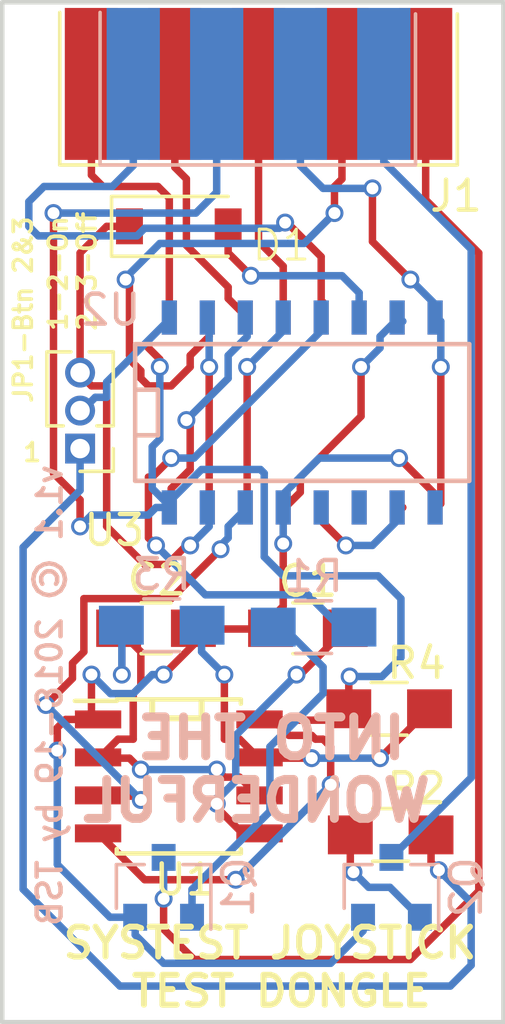
<source format=kicad_pcb>
(kicad_pcb (version 20171130) (host pcbnew "(5.0.2)-1")

  (general
    (thickness 1.6)
    (drawings 14)
    (tracks 397)
    (zones 0)
    (modules 14)
    (nets 34)
  )

  (page A4)
  (layers
    (0 F.Cu signal)
    (31 B.Cu signal)
    (32 B.Adhes user)
    (33 F.Adhes user)
    (34 B.Paste user)
    (35 F.Paste user)
    (36 B.SilkS user)
    (37 F.SilkS user)
    (38 B.Mask user)
    (39 F.Mask user)
    (40 Dwgs.User user)
    (41 Cmts.User user)
    (42 Eco1.User user)
    (43 Eco2.User user)
    (44 Edge.Cuts user)
    (45 Margin user)
    (46 B.CrtYd user)
    (47 F.CrtYd user)
    (48 B.Fab user)
    (49 F.Fab user)
  )

  (setup
    (last_trace_width 0.25)
    (trace_clearance 0.2)
    (zone_clearance 0.508)
    (zone_45_only no)
    (trace_min 0.2)
    (segment_width 0.2)
    (edge_width 0.15)
    (via_size 0.6)
    (via_drill 0.4)
    (via_min_size 0.4)
    (via_min_drill 0.3)
    (uvia_size 0.3)
    (uvia_drill 0.1)
    (uvias_allowed no)
    (uvia_min_size 0.2)
    (uvia_min_drill 0.1)
    (pcb_text_width 0.3)
    (pcb_text_size 1.5 1.5)
    (mod_edge_width 0.15)
    (mod_text_size 1 1)
    (mod_text_width 0.15)
    (pad_size 1.524 1.524)
    (pad_drill 0.762)
    (pad_to_mask_clearance 0.2)
    (solder_mask_min_width 0.25)
    (aux_axis_origin 144.145 129.032)
    (visible_elements 7FFFFFFF)
    (pcbplotparams
      (layerselection 0x010f0_ffffffff)
      (usegerberextensions true)
      (usegerberattributes false)
      (usegerberadvancedattributes false)
      (creategerberjobfile false)
      (excludeedgelayer true)
      (linewidth 0.100000)
      (plotframeref false)
      (viasonmask false)
      (mode 1)
      (useauxorigin false)
      (hpglpennumber 1)
      (hpglpenspeed 20)
      (hpglpendiameter 15.000000)
      (psnegative false)
      (psa4output false)
      (plotreference true)
      (plotvalue true)
      (plotinvisibletext false)
      (padsonsilk false)
      (subtractmaskfromsilk false)
      (outputformat 1)
      (mirror false)
      (drillshape 0)
      (scaleselection 1)
      (outputdirectory "gerber/"))
  )

  (net 0 "")
  (net 1 VCC)
  (net 2 GND)
  (net 3 THR)
  (net 4 "Net-(U1-Pad3)")
  (net 5 RST)
  (net 6 "Net-(C1-Pad1)")
  (net 7 "Net-(U2-Pad10)")
  (net 8 "Net-(U2-Pad7)")
  (net 9 "Net-(U2-Pad4)")
  (net 10 "Net-(U2-Pad3)")
  (net 11 "Net-(U2-Pad2)")
  (net 12 RIGHT)
  (net 13 LEFT)
  (net 14 BACK)
  (net 15 FORWARD)
  (net 16 BT3)
  (net 17 BT1)
  (net 18 BT2)
  (net 19 "Net-(R1-Pad1)")
  (net 20 "Net-(R3-Pad1)")
  (net 21 "Net-(JP1-Pad1)")
  (net 22 "Net-(JP1-Pad2)")
  (net 23 "Net-(Q2-Pad1)")
  (net 24 "Net-(Q1-Pad1)")
  (net 25 "Net-(D1-Pad2)")
  (net 26 "Net-(U2-Pad12)")
  (net 27 "Net-(U2-Pad11)")
  (net 28 "Net-(U2-Pad9)")
  (net 29 "Net-(U3-Pad11)")
  (net 30 "Net-(U3-Pad10)")
  (net 31 "Net-(U3-Pad9)")
  (net 32 "Net-(U3-Pad7)")
  (net 33 "Net-(U3-Pad6)")

  (net_class Default "Dit is de standaard class."
    (clearance 0.2)
    (trace_width 0.25)
    (via_dia 0.6)
    (via_drill 0.4)
    (uvia_dia 0.3)
    (uvia_drill 0.1)
    (add_net BACK)
    (add_net BT1)
    (add_net BT2)
    (add_net BT3)
    (add_net FORWARD)
    (add_net GND)
    (add_net LEFT)
    (add_net "Net-(C1-Pad1)")
    (add_net "Net-(D1-Pad2)")
    (add_net "Net-(JP1-Pad1)")
    (add_net "Net-(JP1-Pad2)")
    (add_net "Net-(Q1-Pad1)")
    (add_net "Net-(Q2-Pad1)")
    (add_net "Net-(R1-Pad1)")
    (add_net "Net-(R3-Pad1)")
    (add_net "Net-(U1-Pad3)")
    (add_net "Net-(U2-Pad10)")
    (add_net "Net-(U2-Pad11)")
    (add_net "Net-(U2-Pad12)")
    (add_net "Net-(U2-Pad2)")
    (add_net "Net-(U2-Pad3)")
    (add_net "Net-(U2-Pad4)")
    (add_net "Net-(U2-Pad7)")
    (add_net "Net-(U2-Pad9)")
    (add_net "Net-(U3-Pad10)")
    (add_net "Net-(U3-Pad11)")
    (add_net "Net-(U3-Pad6)")
    (add_net "Net-(U3-Pad7)")
    (add_net "Net-(U3-Pad9)")
    (add_net RIGHT)
    (add_net RST)
    (add_net THR)
    (add_net VCC)
  )

  (module SMD_Packages:SO-16-N (layer F.Cu) (tedit 5B66F25F) (tstamp 59C00DD4)
    (at 154.2415 108.585)
    (descr "Module CMS SOJ 16 pins large")
    (tags "CMS SOJ")
    (path /59C00DBE)
    (attr smd)
    (fp_text reference U3 (at -6.2865 3.937) (layer F.SilkS)
      (effects (font (size 1 1) (thickness 0.15)))
    )
    (fp_text value ULN2003A (at 0 1.27) (layer F.Fab)
      (effects (font (size 1 1) (thickness 0.15)))
    )
    (fp_line (start -5.588 -0.762) (end -4.826 -0.762) (layer F.SilkS) (width 0.15))
    (fp_line (start -4.826 -0.762) (end -4.826 0.762) (layer F.SilkS) (width 0.15))
    (fp_line (start -4.826 0.762) (end -5.588 0.762) (layer F.SilkS) (width 0.15))
    (fp_line (start 5.588 -2.286) (end 5.588 2.286) (layer F.SilkS) (width 0.15))
    (fp_line (start 5.588 2.286) (end -5.588 2.286) (layer F.SilkS) (width 0.15))
    (fp_line (start -5.588 2.286) (end -5.588 -2.286) (layer F.SilkS) (width 0.15))
    (fp_line (start -5.588 -2.286) (end 5.588 -2.286) (layer F.SilkS) (width 0.15))
    (pad 16 smd rect (at -4.445 -3.175) (size 0.508 1.143) (layers F.Cu F.Paste F.Mask)
      (net 15 FORWARD))
    (pad 14 smd rect (at -1.905 -3.175) (size 0.508 1.143) (layers F.Cu F.Paste F.Mask)
      (net 14 BACK))
    (pad 13 smd rect (at -0.635 -3.175) (size 0.508 1.143) (layers F.Cu F.Paste F.Mask)
      (net 13 LEFT))
    (pad 12 smd rect (at 0.635 -3.175) (size 0.508 1.143) (layers F.Cu F.Paste F.Mask)
      (net 17 BT1))
    (pad 11 smd rect (at 1.905 -3.175) (size 0.508 1.143) (layers F.Cu F.Paste F.Mask)
      (net 29 "Net-(U3-Pad11)"))
    (pad 10 smd rect (at 3.175 -3.175) (size 0.508 1.143) (layers F.Cu F.Paste F.Mask)
      (net 30 "Net-(U3-Pad10)"))
    (pad 9 smd rect (at 4.445 -3.175) (size 0.508 1.143) (layers F.Cu F.Paste F.Mask)
      (net 31 "Net-(U3-Pad9)"))
    (pad 8 smd rect (at 4.445 3.175) (size 0.508 1.143) (layers F.Cu F.Paste F.Mask)
      (net 2 GND))
    (pad 7 smd rect (at 3.175 3.175) (size 0.508 1.143) (layers F.Cu F.Paste F.Mask)
      (net 32 "Net-(U3-Pad7)"))
    (pad 6 smd rect (at 1.905 3.175) (size 0.508 1.143) (layers F.Cu F.Paste F.Mask)
      (net 33 "Net-(U3-Pad6)"))
    (pad 5 smd rect (at 0.635 3.175) (size 0.508 1.143) (layers F.Cu F.Paste F.Mask)
      (net 7 "Net-(U2-Pad10)"))
    (pad 4 smd rect (at -0.635 3.175) (size 0.508 1.143) (layers F.Cu F.Paste F.Mask)
      (net 8 "Net-(U2-Pad7)"))
    (pad 3 smd rect (at -1.905 3.175) (size 0.508 1.143) (layers F.Cu F.Paste F.Mask)
      (net 9 "Net-(U2-Pad4)"))
    (pad 2 smd rect (at -3.175 3.175) (size 0.508 1.143) (layers F.Cu F.Paste F.Mask)
      (net 11 "Net-(U2-Pad2)"))
    (pad 1 smd rect (at -4.445 3.175) (size 0.508 1.143) (layers F.Cu F.Paste F.Mask)
      (net 10 "Net-(U2-Pad3)"))
    (pad 15 smd rect (at -3.175 -3.175) (size 0.508 1.143) (layers F.Cu F.Paste F.Mask)
      (net 12 RIGHT))
    (model SMD_Packages.3dshapes/SO-16-N.wrl
      (at (xyz 0 0 0))
      (scale (xyz 0.5 0.4 0.5))
      (rotate (xyz 0 0 0))
    )
    (model ${KISYS3DMOD}/Package_SO.3dshapes/SOP-16_4.4x10.4mm_P1.27mm.wrl
      (at (xyz 0 0 0))
      (scale (xyz 1 1 1))
      (rotate (xyz 0 0 -90))
    )
  )

  (module Housings_SOIC:SOIC-8_3.9x4.9mm_Pitch1.27mm (layer F.Cu) (tedit 5B0436EB) (tstamp 59A97DC2)
    (at 150.114 120.7516)
    (descr "8-Lead Plastic Small Outline (SN) - Narrow, 3.90 mm Body [SOIC] (see Microchip Packaging Specification 00000049BS.pdf)")
    (tags "SOIC 1.27")
    (path /59A93749)
    (attr smd)
    (fp_text reference U1 (at 0.1905 3.4544) (layer F.SilkS)
      (effects (font (size 1 1) (thickness 0.15)))
    )
    (fp_text value NE555 (at -0.0254 1.905) (layer F.Fab) hide
      (effects (font (size 1 1) (thickness 0.15)))
    )
    (fp_text user %R (at 0 0) (layer F.Fab)
      (effects (font (size 1 1) (thickness 0.15)))
    )
    (fp_line (start -0.95 -2.45) (end 1.95 -2.45) (layer F.Fab) (width 0.1))
    (fp_line (start 1.95 -2.45) (end 1.95 2.45) (layer F.Fab) (width 0.1))
    (fp_line (start 1.95 2.45) (end -1.95 2.45) (layer F.Fab) (width 0.1))
    (fp_line (start -1.95 2.45) (end -1.95 -1.45) (layer F.Fab) (width 0.1))
    (fp_line (start -1.95 -1.45) (end -0.95 -2.45) (layer F.Fab) (width 0.1))
    (fp_line (start -3.73 -2.7) (end -3.73 2.7) (layer F.CrtYd) (width 0.05))
    (fp_line (start 3.73 -2.7) (end 3.73 2.7) (layer F.CrtYd) (width 0.05))
    (fp_line (start -3.73 -2.7) (end 3.73 -2.7) (layer F.CrtYd) (width 0.05))
    (fp_line (start -3.73 2.7) (end 3.73 2.7) (layer F.CrtYd) (width 0.05))
    (fp_line (start -2.075 -2.575) (end -2.075 -2.525) (layer F.SilkS) (width 0.15))
    (fp_line (start 2.075 -2.575) (end 2.075 -2.43) (layer F.SilkS) (width 0.15))
    (fp_line (start 2.075 2.575) (end 2.075 2.43) (layer F.SilkS) (width 0.15))
    (fp_line (start -2.075 2.575) (end -2.075 2.43) (layer F.SilkS) (width 0.15))
    (fp_line (start -2.075 -2.575) (end 2.075 -2.575) (layer F.SilkS) (width 0.15))
    (fp_line (start -2.075 2.575) (end 2.075 2.575) (layer F.SilkS) (width 0.15))
    (fp_line (start -2.075 -2.525) (end -3.475 -2.525) (layer F.SilkS) (width 0.15))
    (pad 1 smd rect (at -2.7 -1.905) (size 1.55 0.6) (layers F.Cu F.Paste F.Mask)
      (net 2 GND))
    (pad 2 smd rect (at -2.7 -0.635) (size 1.55 0.6) (layers F.Cu F.Paste F.Mask)
      (net 3 THR))
    (pad 3 smd rect (at -2.7 0.635) (size 1.55 0.6) (layers F.Cu F.Paste F.Mask)
      (net 4 "Net-(U1-Pad3)"))
    (pad 4 smd rect (at -2.7 1.905) (size 1.55 0.6) (layers F.Cu F.Paste F.Mask)
      (net 1 VCC))
    (pad 5 smd rect (at 2.7 1.905) (size 1.55 0.6) (layers F.Cu F.Paste F.Mask)
      (net 6 "Net-(C1-Pad1)"))
    (pad 6 smd rect (at 2.7 0.635) (size 1.55 0.6) (layers F.Cu F.Paste F.Mask)
      (net 3 THR))
    (pad 7 smd rect (at 2.7 -0.635) (size 1.55 0.6) (layers F.Cu F.Paste F.Mask)
      (net 20 "Net-(R3-Pad1)"))
    (pad 8 smd rect (at 2.7 -1.905) (size 1.55 0.6) (layers F.Cu F.Paste F.Mask)
      (net 1 VCC))
    (model ${KISYS3DMOD}/Housings_SOIC.3dshapes/SOIC-8_3.9x4.9mm_Pitch1.27mm.wrl
      (at (xyz 0 0 0))
      (scale (xyz 1 1 1))
      (rotate (xyz 0 0 0))
    )
    (model ${KISYS3DMOD}/Package_SO.3dshapes/SOIC-8-1EP_3.9x4.9mm_P1.27mm_EP2.35x2.35mm.wrl
      (at (xyz 0 0 0))
      (scale (xyz 1 1 1))
      (rotate (xyz 0 0 0))
    )
  )

  (module Resistors_SMD:R_0805_HandSoldering (layer F.Cu) (tedit 59C020F3) (tstamp 59A97D2E)
    (at 157.2006 122.7074 180)
    (descr "Resistor SMD 0805, hand soldering")
    (tags "resistor 0805")
    (path /5B043ED3)
    (attr smd)
    (fp_text reference R2 (at -0.8636 1.5494 180) (layer F.SilkS)
      (effects (font (size 1 1) (thickness 0.15)))
    )
    (fp_text value 220R (at -0.1016 -0.1524 180) (layer F.Fab) hide
      (effects (font (size 1 1) (thickness 0.15)))
    )
    (fp_text user %R (at 0 0 180) (layer F.Fab)
      (effects (font (size 0.5 0.5) (thickness 0.075)))
    )
    (fp_line (start -1 0.62) (end -1 -0.62) (layer F.Fab) (width 0.1))
    (fp_line (start 1 0.62) (end -1 0.62) (layer F.Fab) (width 0.1))
    (fp_line (start 1 -0.62) (end 1 0.62) (layer F.Fab) (width 0.1))
    (fp_line (start -1 -0.62) (end 1 -0.62) (layer F.Fab) (width 0.1))
    (fp_line (start 0.6 0.88) (end -0.6 0.88) (layer F.SilkS) (width 0.12))
    (fp_line (start -0.6 -0.88) (end 0.6 -0.88) (layer F.SilkS) (width 0.12))
    (fp_line (start -2.35 -0.9) (end 2.35 -0.9) (layer F.CrtYd) (width 0.05))
    (fp_line (start -2.35 -0.9) (end -2.35 0.9) (layer F.CrtYd) (width 0.05))
    (fp_line (start 2.35 0.9) (end 2.35 -0.9) (layer F.CrtYd) (width 0.05))
    (fp_line (start 2.35 0.9) (end -2.35 0.9) (layer F.CrtYd) (width 0.05))
    (pad 1 smd rect (at -1.35 0 180) (size 1.5 1.3) (layers F.Cu F.Paste F.Mask)
      (net 21 "Net-(JP1-Pad1)"))
    (pad 2 smd rect (at 1.35 0 180) (size 1.5 1.3) (layers F.Cu F.Paste F.Mask)
      (net 23 "Net-(Q2-Pad1)"))
    (model ${KISYS3DMOD}/Resistors_SMD.3dshapes/R_0805.wrl
      (at (xyz 0 0 0))
      (scale (xyz 1 1 1))
      (rotate (xyz 0 0 0))
    )
    (model ${KISYS3DMOD}/Resistor_SMD.3dshapes/R_0805_2012Metric.wrl
      (at (xyz 0 0 0))
      (scale (xyz 1 1 1))
      (rotate (xyz 0 0 0))
    )
  )

  (module Resistors_SMD:R_0805_HandSoldering (layer F.Cu) (tedit 59C020F9) (tstamp 59A97D50)
    (at 157.1498 118.491)
    (descr "Resistor SMD 0805, hand soldering")
    (tags "resistor 0805")
    (path /59A98346)
    (attr smd)
    (fp_text reference R4 (at 0.9144 -1.524) (layer F.SilkS)
      (effects (font (size 1 1) (thickness 0.15)))
    )
    (fp_text value 56K (at 0.1524 0.1016) (layer F.Fab) hide
      (effects (font (size 1 1) (thickness 0.15)))
    )
    (fp_text user %R (at 0 0) (layer F.Fab)
      (effects (font (size 0.5 0.5) (thickness 0.075)))
    )
    (fp_line (start -1 0.62) (end -1 -0.62) (layer F.Fab) (width 0.1))
    (fp_line (start 1 0.62) (end -1 0.62) (layer F.Fab) (width 0.1))
    (fp_line (start 1 -0.62) (end 1 0.62) (layer F.Fab) (width 0.1))
    (fp_line (start -1 -0.62) (end 1 -0.62) (layer F.Fab) (width 0.1))
    (fp_line (start 0.6 0.88) (end -0.6 0.88) (layer F.SilkS) (width 0.12))
    (fp_line (start -0.6 -0.88) (end 0.6 -0.88) (layer F.SilkS) (width 0.12))
    (fp_line (start -2.35 -0.9) (end 2.35 -0.9) (layer F.CrtYd) (width 0.05))
    (fp_line (start -2.35 -0.9) (end -2.35 0.9) (layer F.CrtYd) (width 0.05))
    (fp_line (start 2.35 0.9) (end 2.35 -0.9) (layer F.CrtYd) (width 0.05))
    (fp_line (start 2.35 0.9) (end -2.35 0.9) (layer F.CrtYd) (width 0.05))
    (pad 1 smd rect (at -1.35 0) (size 1.5 1.3) (layers F.Cu F.Paste F.Mask)
      (net 1 VCC))
    (pad 2 smd rect (at 1.35 0) (size 1.5 1.3) (layers F.Cu F.Paste F.Mask)
      (net 20 "Net-(R3-Pad1)"))
    (model ${KISYS3DMOD}/Resistors_SMD.3dshapes/R_0805.wrl
      (at (xyz 0 0 0))
      (scale (xyz 1 1 1))
      (rotate (xyz 0 0 0))
    )
    (model ${KISYS3DMOD}/Resistor_SMD.3dshapes/R_0805_2012Metric.wrl
      (at (xyz 0 0 0))
      (scale (xyz 1 1 1))
      (rotate (xyz 0 0 0))
    )
  )

  (module Capacitors_SMD:C_0805_HandSoldering (layer F.Cu) (tedit 59C020BF) (tstamp 59AD6672)
    (at 154.432 115.7986 180)
    (descr "Capacitor SMD 0805, hand soldering")
    (tags "capacitor 0805")
    (path /59A99A92)
    (attr smd)
    (fp_text reference C1 (at 0 1.5748 180) (layer F.SilkS)
      (effects (font (size 1 1) (thickness 0.15)))
    )
    (fp_text value 10nF (at -0.762 -4.953 180) (layer F.Fab)
      (effects (font (size 1 1) (thickness 0.15)))
    )
    (fp_line (start -1 0.62) (end -1 -0.62) (layer F.Fab) (width 0.1))
    (fp_line (start 1 0.62) (end -1 0.62) (layer F.Fab) (width 0.1))
    (fp_line (start 1 -0.62) (end 1 0.62) (layer F.Fab) (width 0.1))
    (fp_line (start -1 -0.62) (end 1 -0.62) (layer F.Fab) (width 0.1))
    (fp_line (start 0.5 -0.85) (end -0.5 -0.85) (layer F.SilkS) (width 0.12))
    (fp_line (start -0.5 0.85) (end 0.5 0.85) (layer F.SilkS) (width 0.12))
    (fp_line (start -2.25 -0.88) (end 2.25 -0.88) (layer F.CrtYd) (width 0.05))
    (fp_line (start -2.25 -0.88) (end -2.25 0.87) (layer F.CrtYd) (width 0.05))
    (fp_line (start 2.25 0.87) (end 2.25 -0.88) (layer F.CrtYd) (width 0.05))
    (fp_line (start 2.25 0.87) (end -2.25 0.87) (layer F.CrtYd) (width 0.05))
    (pad 1 smd rect (at -1.25 0 180) (size 1.5 1.25) (layers F.Cu F.Paste F.Mask)
      (net 6 "Net-(C1-Pad1)"))
    (pad 2 smd rect (at 1.25 0 180) (size 1.5 1.25) (layers F.Cu F.Paste F.Mask)
      (net 2 GND))
    (model Capacitors_SMD.3dshapes/C_0805.wrl
      (at (xyz 0 0 0))
      (scale (xyz 1 1 1))
      (rotate (xyz 0 0 0))
    )
    (model ${KISYS3DMOD}/Capacitor_SMD.3dshapes/C_0805_2012Metric.wrl
      (at (xyz 0 0 0))
      (scale (xyz 1 1 1))
      (rotate (xyz 0 0 0))
    )
  )

  (module Capacitors_SMD:C_0805_HandSoldering (layer F.Cu) (tedit 59C020CB) (tstamp 59B1286B)
    (at 149.352 115.7986)
    (descr "Capacitor SMD 0805, hand soldering")
    (tags "capacitor 0805")
    (path /59B05EF6)
    (attr smd)
    (fp_text reference C2 (at 0.0254 -1.6256) (layer F.SilkS)
      (effects (font (size 1 1) (thickness 0.15)))
    )
    (fp_text value 1uF (at 0.127 0) (layer F.Fab) hide
      (effects (font (size 1 1) (thickness 0.15)))
    )
    (fp_text user %R (at 0 -1.75) (layer F.Fab)
      (effects (font (size 1 1) (thickness 0.15)))
    )
    (fp_line (start -1 0.62) (end -1 -0.62) (layer F.Fab) (width 0.1))
    (fp_line (start 1 0.62) (end -1 0.62) (layer F.Fab) (width 0.1))
    (fp_line (start 1 -0.62) (end 1 0.62) (layer F.Fab) (width 0.1))
    (fp_line (start -1 -0.62) (end 1 -0.62) (layer F.Fab) (width 0.1))
    (fp_line (start 0.5 -0.85) (end -0.5 -0.85) (layer F.SilkS) (width 0.12))
    (fp_line (start -0.5 0.85) (end 0.5 0.85) (layer F.SilkS) (width 0.12))
    (fp_line (start -2.25 -0.88) (end 2.25 -0.88) (layer F.CrtYd) (width 0.05))
    (fp_line (start -2.25 -0.88) (end -2.25 0.87) (layer F.CrtYd) (width 0.05))
    (fp_line (start 2.25 0.87) (end 2.25 -0.88) (layer F.CrtYd) (width 0.05))
    (fp_line (start 2.25 0.87) (end -2.25 0.87) (layer F.CrtYd) (width 0.05))
    (pad 1 smd rect (at -1.25 0) (size 1.5 1.25) (layers F.Cu F.Paste F.Mask)
      (net 3 THR))
    (pad 2 smd rect (at 1.25 0) (size 1.5 1.25) (layers F.Cu F.Paste F.Mask)
      (net 2 GND))
    (model Capacitors_SMD.3dshapes/C_0805.wrl
      (at (xyz 0 0 0))
      (scale (xyz 1 1 1))
      (rotate (xyz 0 0 0))
    )
    (model ${KISYS3DMOD}/Capacitor_SMD.3dshapes/C_0805_2012Metric.wrl
      (at (xyz 0 0 0))
      (scale (xyz 1 1 1))
      (rotate (xyz 0 0 0))
    )
  )

  (module SMD_Packages:SO-16-N (layer B.Cu) (tedit 5B056794) (tstamp 59B12A1B)
    (at 154.2415 108.585)
    (descr "Module CMS SOJ 16 pins large")
    (tags "CMS SOJ")
    (path /59A97CEF)
    (attr smd)
    (fp_text reference U2 (at -6.4135 -3.429) (layer B.SilkS)
      (effects (font (size 1 1) (thickness 0.15)) (justify mirror))
    )
    (fp_text value 4017 (at 0 -1.27) (layer B.Fab)
      (effects (font (size 1 1) (thickness 0.15)) (justify mirror))
    )
    (fp_line (start -5.588 0.762) (end -4.826 0.762) (layer B.SilkS) (width 0.15))
    (fp_line (start -4.826 0.762) (end -4.826 -0.762) (layer B.SilkS) (width 0.15))
    (fp_line (start -4.826 -0.762) (end -5.588 -0.762) (layer B.SilkS) (width 0.15))
    (fp_line (start 5.588 2.286) (end 5.588 -2.286) (layer B.SilkS) (width 0.15))
    (fp_line (start 5.588 -2.286) (end -5.588 -2.286) (layer B.SilkS) (width 0.15))
    (fp_line (start -5.588 -2.286) (end -5.588 2.286) (layer B.SilkS) (width 0.15))
    (fp_line (start -5.588 2.286) (end 5.588 2.286) (layer B.SilkS) (width 0.15))
    (pad 16 smd rect (at -4.445 3.175) (size 0.508 1.143) (layers B.Cu B.Paste B.Mask)
      (net 1 VCC))
    (pad 14 smd rect (at -1.905 3.175) (size 0.508 1.143) (layers B.Cu B.Paste B.Mask)
      (net 4 "Net-(U1-Pad3)"))
    (pad 13 smd rect (at -0.635 3.175) (size 0.508 1.143) (layers B.Cu B.Paste B.Mask)
      (net 2 GND))
    (pad 12 smd rect (at 0.635 3.175) (size 0.508 1.143) (layers B.Cu B.Paste B.Mask)
      (net 26 "Net-(U2-Pad12)"))
    (pad 11 smd rect (at 1.905 3.175) (size 0.508 1.143) (layers B.Cu B.Paste B.Mask)
      (net 27 "Net-(U2-Pad11)"))
    (pad 10 smd rect (at 3.175 3.175) (size 0.508 1.143) (layers B.Cu B.Paste B.Mask)
      (net 7 "Net-(U2-Pad10)"))
    (pad 9 smd rect (at 4.445 3.175) (size 0.508 1.143) (layers B.Cu B.Paste B.Mask)
      (net 28 "Net-(U2-Pad9)"))
    (pad 8 smd rect (at 4.445 -3.175) (size 0.508 1.143) (layers B.Cu B.Paste B.Mask)
      (net 2 GND))
    (pad 7 smd rect (at 3.175 -3.175) (size 0.508 1.143) (layers B.Cu B.Paste B.Mask)
      (net 8 "Net-(U2-Pad7)"))
    (pad 6 smd rect (at 1.905 -3.175) (size 0.508 1.143) (layers B.Cu B.Paste B.Mask)
      (net 25 "Net-(D1-Pad2)"))
    (pad 5 smd rect (at 0.635 -3.175) (size 0.508 1.143) (layers B.Cu B.Paste B.Mask)
      (net 19 "Net-(R1-Pad1)"))
    (pad 4 smd rect (at -0.635 -3.175) (size 0.508 1.143) (layers B.Cu B.Paste B.Mask)
      (net 9 "Net-(U2-Pad4)"))
    (pad 3 smd rect (at -1.905 -3.175) (size 0.508 1.143) (layers B.Cu B.Paste B.Mask)
      (net 10 "Net-(U2-Pad3)"))
    (pad 2 smd rect (at -3.175 -3.175) (size 0.508 1.143) (layers B.Cu B.Paste B.Mask)
      (net 11 "Net-(U2-Pad2)"))
    (pad 1 smd rect (at -4.445 -3.175) (size 0.508 1.143) (layers B.Cu B.Paste B.Mask)
      (net 22 "Net-(JP1-Pad2)"))
    (pad 15 smd rect (at -3.175 3.175) (size 0.508 1.143) (layers B.Cu B.Paste B.Mask)
      (net 5 RST))
    (model SMD_Packages.3dshapes/SO-16-N.wrl
      (at (xyz 0 0 0))
      (scale (xyz 0.5 0.4 0.5))
      (rotate (xyz 0 0 0))
    )
    (model ${KISYS3DMOD}/Package_SO.3dshapes/SOP-16_4.4x10.4mm_P1.27mm.wrl
      (at (xyz 0 0 0))
      (scale (xyz 1 1 1))
      (rotate (xyz 0 0 -90))
    )
  )

  (module libs:DB9F_CI (layer F.Cu) (tedit 5B66F1CC) (tstamp 59B12F83)
    (at 152.781 97.5995)
    (descr "Connecteur DB9 femelle encarte")
    (tags "CONN DB9")
    (path /59A938E8)
    (attr smd)
    (fp_text reference J1 (at 6.604 3.7465) (layer F.SilkS)
      (effects (font (size 1 1) (thickness 0.15)))
    )
    (fp_text value DB9_Female (at 0.1 -1.6) (layer F.Fab)
      (effects (font (size 1 1) (thickness 0.15)))
    )
    (fp_line (start -5.3 -2.39) (end -5.3 2.71) (layer B.SilkS) (width 0.12))
    (fp_line (start -5.3 2.71) (end 5.25 2.71) (layer B.SilkS) (width 0.12))
    (fp_line (start 5.25 2.71) (end 5.25 -2.34) (layer B.SilkS) (width 0.12))
    (fp_line (start 6.65 -2.34) (end 6.65 2.56) (layer F.SilkS) (width 0.12))
    (fp_line (start 6.65 2.56) (end 6.65 2.71) (layer F.SilkS) (width 0.12))
    (fp_line (start 6.65 2.71) (end -6.65 2.71) (layer F.SilkS) (width 0.12))
    (fp_line (start -6.65 2.71) (end -6.65 -2.39) (layer F.SilkS) (width 0.12))
    (pad 4 connect rect (at 2.79 0) (size 1.78 5.08) (layers F.Cu F.Mask)
      (net 12 RIGHT))
    (pad 3 connect rect (at 0 0) (size 1.78 5.08) (layers F.Cu F.Mask)
      (net 13 LEFT))
    (pad 2 connect rect (at -2.8 0) (size 1.78 5.08) (layers F.Cu F.Mask)
      (net 14 BACK))
    (pad 1 connect rect (at -5.59 0) (size 1.78 5.08) (layers F.Cu F.Mask)
      (net 15 FORWARD))
    (pad 5 connect rect (at 5.59 0) (size 1.78 5.08) (layers F.Cu F.Mask)
      (net 16 BT3))
    (pad 6 connect rect (at -4.19 0) (size 1.78 5.08) (layers B.Cu B.Mask)
      (net 17 BT1))
    (pad 7 connect rect (at -1.4 0) (size 1.78 5.08) (layers B.Cu B.Mask)
      (net 1 VCC))
    (pad 8 connect rect (at 1.4 0) (size 1.78 5.08) (layers B.Cu B.Mask)
      (net 2 GND))
    (pad 9 connect rect (at 4.19 0) (size 1.78 5.08) (layers B.Cu B.Mask)
      (net 18 BT2))
    (model ${KISYS3DMOD}/Connectors.3dshapes/DB9F_CI.wrl
      (offset (xyz 0 3.047999954223633 -1.015999984741211))
      (scale (xyz 1 1 1))
      (rotate (xyz 90 180 0))
    )
  )

  (module Resistors_SMD:R_0805_HandSoldering (layer B.Cu) (tedit 58E0A804) (tstamp 5B04334E)
    (at 154.6225 115.7605 180)
    (descr "Resistor SMD 0805, hand soldering")
    (tags "resistor 0805")
    (path /5B043DA4)
    (attr smd)
    (fp_text reference R1 (at 0 1.7 180) (layer B.SilkS)
      (effects (font (size 1 1) (thickness 0.15)) (justify mirror))
    )
    (fp_text value 220R (at 0 -1.75 180) (layer B.Fab)
      (effects (font (size 1 1) (thickness 0.15)) (justify mirror))
    )
    (fp_text user %R (at 0 0 180) (layer B.Fab)
      (effects (font (size 0.5 0.5) (thickness 0.075)) (justify mirror))
    )
    (fp_line (start -1 -0.62) (end -1 0.62) (layer B.Fab) (width 0.1))
    (fp_line (start 1 -0.62) (end -1 -0.62) (layer B.Fab) (width 0.1))
    (fp_line (start 1 0.62) (end 1 -0.62) (layer B.Fab) (width 0.1))
    (fp_line (start -1 0.62) (end 1 0.62) (layer B.Fab) (width 0.1))
    (fp_line (start 0.6 -0.88) (end -0.6 -0.88) (layer B.SilkS) (width 0.12))
    (fp_line (start -0.6 0.88) (end 0.6 0.88) (layer B.SilkS) (width 0.12))
    (fp_line (start -2.35 0.9) (end 2.35 0.9) (layer B.CrtYd) (width 0.05))
    (fp_line (start -2.35 0.9) (end -2.35 -0.9) (layer B.CrtYd) (width 0.05))
    (fp_line (start 2.35 -0.9) (end 2.35 0.9) (layer B.CrtYd) (width 0.05))
    (fp_line (start 2.35 -0.9) (end -2.35 -0.9) (layer B.CrtYd) (width 0.05))
    (pad 1 smd rect (at -1.35 0 180) (size 1.5 1.3) (layers B.Cu B.Paste B.Mask)
      (net 19 "Net-(R1-Pad1)"))
    (pad 2 smd rect (at 1.35 0 180) (size 1.5 1.3) (layers B.Cu B.Paste B.Mask)
      (net 24 "Net-(Q1-Pad1)"))
    (model ${KISYS3DMOD}/Resistors_SMD.3dshapes/R_0805.wrl
      (at (xyz 0 0 0))
      (scale (xyz 1 1 1))
      (rotate (xyz 0 0 0))
    )
    (model ${KISYS3DMOD}/Resistor_SMD.3dshapes/R_0805_2012Metric.wrl
      (at (xyz 0 0 0))
      (scale (xyz 1 1 1))
      (rotate (xyz 0 0 0))
    )
  )

  (module Resistors_SMD:R_0805_HandSoldering (layer B.Cu) (tedit 58E0A804) (tstamp 5B04335F)
    (at 149.5425 115.697 180)
    (descr "Resistor SMD 0805, hand soldering")
    (tags "resistor 0805")
    (path /59A98B0D)
    (attr smd)
    (fp_text reference R3 (at 0 1.7 180) (layer B.SilkS)
      (effects (font (size 1 1) (thickness 0.15)) (justify mirror))
    )
    (fp_text value 330K (at 0 -1.75 180) (layer B.Fab)
      (effects (font (size 1 1) (thickness 0.15)) (justify mirror))
    )
    (fp_text user %R (at 0 0 180) (layer B.Fab)
      (effects (font (size 0.5 0.5) (thickness 0.075)) (justify mirror))
    )
    (fp_line (start -1 -0.62) (end -1 0.62) (layer B.Fab) (width 0.1))
    (fp_line (start 1 -0.62) (end -1 -0.62) (layer B.Fab) (width 0.1))
    (fp_line (start 1 0.62) (end 1 -0.62) (layer B.Fab) (width 0.1))
    (fp_line (start -1 0.62) (end 1 0.62) (layer B.Fab) (width 0.1))
    (fp_line (start 0.6 -0.88) (end -0.6 -0.88) (layer B.SilkS) (width 0.12))
    (fp_line (start -0.6 0.88) (end 0.6 0.88) (layer B.SilkS) (width 0.12))
    (fp_line (start -2.35 0.9) (end 2.35 0.9) (layer B.CrtYd) (width 0.05))
    (fp_line (start -2.35 0.9) (end -2.35 -0.9) (layer B.CrtYd) (width 0.05))
    (fp_line (start 2.35 -0.9) (end 2.35 0.9) (layer B.CrtYd) (width 0.05))
    (fp_line (start 2.35 -0.9) (end -2.35 -0.9) (layer B.CrtYd) (width 0.05))
    (pad 1 smd rect (at -1.35 0 180) (size 1.5 1.3) (layers B.Cu B.Paste B.Mask)
      (net 20 "Net-(R3-Pad1)"))
    (pad 2 smd rect (at 1.35 0 180) (size 1.5 1.3) (layers B.Cu B.Paste B.Mask)
      (net 3 THR))
    (model ${KISYS3DMOD}/Resistors_SMD.3dshapes/R_0805.wrl
      (at (xyz 0 0 0))
      (scale (xyz 1 1 1))
      (rotate (xyz 0 0 0))
    )
    (model ${KISYS3DMOD}/Resistor_SMD.3dshapes/R_0805_2012Metric.wrl
      (at (xyz 0 0 0))
      (scale (xyz 1 1 1))
      (rotate (xyz 0 0 0))
    )
  )

  (module Pin_Headers:Pin_Header_Straight_1x03_Pitch1.27mm (layer F.Cu) (tedit 5B66F24F) (tstamp 5B0561C0)
    (at 146.812 109.7915 180)
    (descr "Through hole straight pin header, 1x03, 1.27mm pitch, single row")
    (tags "Through hole pin header THT 1x03 1.27mm single row")
    (path /5B056219)
    (fp_text reference JP1 (at 0.127 -1.9685 180) (layer F.SilkS) hide
      (effects (font (size 0.75 0.75) (thickness 0.15)))
    )
    (fp_text value Jumper_NC_Dual (at 1.016 3.683 180) (layer F.Fab) hide
      (effects (font (size 0.5 0.5) (thickness 0.125)))
    )
    (fp_line (start -0.525 -0.635) (end 1.05 -0.635) (layer F.Fab) (width 0.1))
    (fp_line (start 1.05 -0.635) (end 1.05 3.175) (layer F.Fab) (width 0.1))
    (fp_line (start 1.05 3.175) (end -1.05 3.175) (layer F.Fab) (width 0.1))
    (fp_line (start -1.05 3.175) (end -1.05 -0.11) (layer F.Fab) (width 0.1))
    (fp_line (start -1.05 -0.11) (end -0.525 -0.635) (layer F.Fab) (width 0.1))
    (fp_line (start -1.11 3.235) (end -0.30753 3.235) (layer F.SilkS) (width 0.12))
    (fp_line (start 0.30753 3.235) (end 1.11 3.235) (layer F.SilkS) (width 0.12))
    (fp_line (start -1.11 0.76) (end -1.11 3.235) (layer F.SilkS) (width 0.12))
    (fp_line (start 1.11 0.76) (end 1.11 3.235) (layer F.SilkS) (width 0.12))
    (fp_line (start -1.11 0.76) (end -0.563471 0.76) (layer F.SilkS) (width 0.12))
    (fp_line (start 0.563471 0.76) (end 1.11 0.76) (layer F.SilkS) (width 0.12))
    (fp_line (start -1.11 0) (end -1.11 -0.76) (layer F.SilkS) (width 0.12))
    (fp_line (start -1.11 -0.76) (end 0 -0.76) (layer F.SilkS) (width 0.12))
    (fp_line (start -1.55 -1.15) (end -1.55 3.7) (layer F.CrtYd) (width 0.05))
    (fp_line (start -1.55 3.7) (end 1.55 3.7) (layer F.CrtYd) (width 0.05))
    (fp_line (start 1.55 3.7) (end 1.55 -1.15) (layer F.CrtYd) (width 0.05))
    (fp_line (start 1.55 -1.15) (end -1.55 -1.15) (layer F.CrtYd) (width 0.05))
    (fp_text user %R (at 0 1.27 270) (layer F.Fab)
      (effects (font (size 1 1) (thickness 0.15)))
    )
    (pad 1 thru_hole rect (at 0 0 180) (size 1 1) (drill 0.65) (layers *.Cu *.Mask)
      (net 21 "Net-(JP1-Pad1)"))
    (pad 2 thru_hole oval (at 0 1.27 180) (size 1 1) (drill 0.65) (layers *.Cu *.Mask)
      (net 22 "Net-(JP1-Pad2)"))
    (pad 3 thru_hole oval (at 0 2.54 180) (size 1 1) (drill 0.65) (layers *.Cu *.Mask)
      (net 5 RST))
    (model ${KISYS3DMOD}/Pin_Headers.3dshapes/Pin_Header_Straight_1x03_Pitch1.27mm.wrl
      (at (xyz 0 0 0))
      (scale (xyz 1 1 1))
      (rotate (xyz 0 0 0))
    )
    (model ${KISYS3DMOD}/Connector_PinHeader_1.27mm.3dshapes/PinHeader_1x03_P1.27mm_Vertical.wrl
      (at (xyz 0 0 0))
      (scale (xyz 1 1 1))
      (rotate (xyz 0 0 0))
    )
  )

  (module TO_SOT_Packages_SMD:SOT-23 (layer B.Cu) (tedit 58CE4E7E) (tstamp 5B6590FC)
    (at 157.226 124.46 90)
    (descr "SOT-23, Standard")
    (tags SOT-23)
    (path /5B6595FB)
    (attr smd)
    (fp_text reference Q2 (at 0 2.5 90) (layer B.SilkS)
      (effects (font (size 1 1) (thickness 0.15)) (justify mirror))
    )
    (fp_text value MMBT3904 (at 0 -2.5 90) (layer B.Fab)
      (effects (font (size 1 1) (thickness 0.15)) (justify mirror))
    )
    (fp_text user %R (at 0 0) (layer B.Fab)
      (effects (font (size 0.5 0.5) (thickness 0.075)) (justify mirror))
    )
    (fp_line (start -0.7 0.95) (end -0.7 -1.5) (layer B.Fab) (width 0.1))
    (fp_line (start -0.15 1.52) (end 0.7 1.52) (layer B.Fab) (width 0.1))
    (fp_line (start -0.7 0.95) (end -0.15 1.52) (layer B.Fab) (width 0.1))
    (fp_line (start 0.7 1.52) (end 0.7 -1.52) (layer B.Fab) (width 0.1))
    (fp_line (start -0.7 -1.52) (end 0.7 -1.52) (layer B.Fab) (width 0.1))
    (fp_line (start 0.76 -1.58) (end 0.76 -0.65) (layer B.SilkS) (width 0.12))
    (fp_line (start 0.76 1.58) (end 0.76 0.65) (layer B.SilkS) (width 0.12))
    (fp_line (start -1.7 1.75) (end 1.7 1.75) (layer B.CrtYd) (width 0.05))
    (fp_line (start 1.7 1.75) (end 1.7 -1.75) (layer B.CrtYd) (width 0.05))
    (fp_line (start 1.7 -1.75) (end -1.7 -1.75) (layer B.CrtYd) (width 0.05))
    (fp_line (start -1.7 -1.75) (end -1.7 1.75) (layer B.CrtYd) (width 0.05))
    (fp_line (start 0.76 1.58) (end -1.4 1.58) (layer B.SilkS) (width 0.12))
    (fp_line (start 0.76 -1.58) (end -0.7 -1.58) (layer B.SilkS) (width 0.12))
    (pad 1 smd rect (at -1 0.95 90) (size 0.9 0.8) (layers B.Cu B.Paste B.Mask)
      (net 23 "Net-(Q2-Pad1)"))
    (pad 2 smd rect (at -1 -0.95 90) (size 0.9 0.8) (layers B.Cu B.Paste B.Mask)
      (net 2 GND))
    (pad 3 smd rect (at 1 0 90) (size 0.9 0.8) (layers B.Cu B.Paste B.Mask)
      (net 18 BT2))
    (model ${KISYS3DMOD}/TO_SOT_Packages_SMD.3dshapes/SOT-23.wrl
      (at (xyz 0 0 0))
      (scale (xyz 1 1 1))
      (rotate (xyz 0 0 0))
    )
    (model ${KISYS3DMOD}/Package_TO_SOT_SMD.3dshapes/SOT-23W.wrl
      (at (xyz 0 0 0))
      (scale (xyz 1 1 1))
      (rotate (xyz 0 0 0))
    )
  )

  (module TO_SOT_Packages_SMD:SOT-23 (layer B.Cu) (tedit 58CE4E7E) (tstamp 5B659246)
    (at 149.606 124.46 90)
    (descr "SOT-23, Standard")
    (tags SOT-23)
    (path /5B6596D5)
    (attr smd)
    (fp_text reference Q1 (at 0 2.5 90) (layer B.SilkS)
      (effects (font (size 1 1) (thickness 0.15)) (justify mirror))
    )
    (fp_text value MMBT3904 (at 0 -2.5 90) (layer B.Fab)
      (effects (font (size 1 1) (thickness 0.15)) (justify mirror))
    )
    (fp_text user %R (at 0 0) (layer B.Fab)
      (effects (font (size 0.5 0.5) (thickness 0.075)) (justify mirror))
    )
    (fp_line (start -0.7 0.95) (end -0.7 -1.5) (layer B.Fab) (width 0.1))
    (fp_line (start -0.15 1.52) (end 0.7 1.52) (layer B.Fab) (width 0.1))
    (fp_line (start -0.7 0.95) (end -0.15 1.52) (layer B.Fab) (width 0.1))
    (fp_line (start 0.7 1.52) (end 0.7 -1.52) (layer B.Fab) (width 0.1))
    (fp_line (start -0.7 -1.52) (end 0.7 -1.52) (layer B.Fab) (width 0.1))
    (fp_line (start 0.76 -1.58) (end 0.76 -0.65) (layer B.SilkS) (width 0.12))
    (fp_line (start 0.76 1.58) (end 0.76 0.65) (layer B.SilkS) (width 0.12))
    (fp_line (start -1.7 1.75) (end 1.7 1.75) (layer B.CrtYd) (width 0.05))
    (fp_line (start 1.7 1.75) (end 1.7 -1.75) (layer B.CrtYd) (width 0.05))
    (fp_line (start 1.7 -1.75) (end -1.7 -1.75) (layer B.CrtYd) (width 0.05))
    (fp_line (start -1.7 -1.75) (end -1.7 1.75) (layer B.CrtYd) (width 0.05))
    (fp_line (start 0.76 1.58) (end -1.4 1.58) (layer B.SilkS) (width 0.12))
    (fp_line (start 0.76 -1.58) (end -0.7 -1.58) (layer B.SilkS) (width 0.12))
    (pad 1 smd rect (at -1 0.95 90) (size 0.9 0.8) (layers B.Cu B.Paste B.Mask)
      (net 24 "Net-(Q1-Pad1)"))
    (pad 2 smd rect (at -1 -0.95 90) (size 0.9 0.8) (layers B.Cu B.Paste B.Mask)
      (net 2 GND))
    (pad 3 smd rect (at 1 0 90) (size 0.9 0.8) (layers B.Cu B.Paste B.Mask)
      (net 16 BT3))
    (model ${KISYS3DMOD}/TO_SOT_Packages_SMD.3dshapes/SOT-23.wrl
      (at (xyz 0 0 0))
      (scale (xyz 1 1 1))
      (rotate (xyz 0 0 0))
    )
    (model ${KISYS3DMOD}/Package_TO_SOT_SMD.3dshapes/SOT-23W.wrl
      (at (xyz 0 0 0))
      (scale (xyz 1 1 1))
      (rotate (xyz 0 0 0))
    )
  )

  (module Diodes_SMD:D_SOD-123 (layer F.Cu) (tedit 5B66F2BE) (tstamp 5B659A13)
    (at 150.114 102.362)
    (descr SOD-123)
    (tags SOD-123)
    (path /5B659873)
    (attr smd)
    (fp_text reference D1 (at 3.429 0.635) (layer F.SilkS)
      (effects (font (size 1 1) (thickness 0.1)))
    )
    (fp_text value D (at 0 2.1) (layer F.Fab)
      (effects (font (size 1 1) (thickness 0.15)))
    )
    (fp_text user %R (at 0 -2) (layer F.Fab)
      (effects (font (size 1 1) (thickness 0.15)))
    )
    (fp_line (start -2.25 -1) (end -2.25 1) (layer F.SilkS) (width 0.12))
    (fp_line (start 0.25 0) (end 0.75 0) (layer F.Fab) (width 0.1))
    (fp_line (start 0.25 0.4) (end -0.35 0) (layer F.Fab) (width 0.1))
    (fp_line (start 0.25 -0.4) (end 0.25 0.4) (layer F.Fab) (width 0.1))
    (fp_line (start -0.35 0) (end 0.25 -0.4) (layer F.Fab) (width 0.1))
    (fp_line (start -0.35 0) (end -0.35 0.55) (layer F.Fab) (width 0.1))
    (fp_line (start -0.35 0) (end -0.35 -0.55) (layer F.Fab) (width 0.1))
    (fp_line (start -0.75 0) (end -0.35 0) (layer F.Fab) (width 0.1))
    (fp_line (start -1.4 0.9) (end -1.4 -0.9) (layer F.Fab) (width 0.1))
    (fp_line (start 1.4 0.9) (end -1.4 0.9) (layer F.Fab) (width 0.1))
    (fp_line (start 1.4 -0.9) (end 1.4 0.9) (layer F.Fab) (width 0.1))
    (fp_line (start -1.4 -0.9) (end 1.4 -0.9) (layer F.Fab) (width 0.1))
    (fp_line (start -2.35 -1.15) (end 2.35 -1.15) (layer F.CrtYd) (width 0.05))
    (fp_line (start 2.35 -1.15) (end 2.35 1.15) (layer F.CrtYd) (width 0.05))
    (fp_line (start 2.35 1.15) (end -2.35 1.15) (layer F.CrtYd) (width 0.05))
    (fp_line (start -2.35 -1.15) (end -2.35 1.15) (layer F.CrtYd) (width 0.05))
    (fp_line (start -2.25 1) (end 1.65 1) (layer F.SilkS) (width 0.12))
    (fp_line (start -2.25 -1) (end 1.65 -1) (layer F.SilkS) (width 0.12))
    (pad 1 smd rect (at -1.65 0) (size 0.9 1.2) (layers F.Cu F.Paste F.Mask)
      (net 5 RST))
    (pad 2 smd rect (at 1.65 0) (size 0.9 1.2) (layers F.Cu F.Paste F.Mask)
      (net 25 "Net-(D1-Pad2)"))
    (model ${KISYS3DMOD}/Diodes_SMD.3dshapes/D_SOD-123.wrl
      (at (xyz 0 0 0))
      (scale (xyz 1 1 1))
      (rotate (xyz 0 0 0))
    )
    (model ${KISYS3DMOD}/Diode_SMD.3dshapes/D_MicroMELF.wrl
      (at (xyz 0 0 0))
      (scale (xyz 1.5 1 1))
      (rotate (xyz 0 0 0))
    )
  )

  (gr_text "JP1-Btn 2&3" (at 144.907 108.331 90) (layer F.SilkS)
    (effects (font (size 0.6 0.6) (thickness 0.125)) (justify left))
  )
  (gr_text "SYSTEST JOYSTICK \nTEST DONGLE" (at 153.543 127.127) (layer F.SilkS)
    (effects (font (size 1 1) (thickness 0.2)))
  )
  (gr_line (start 144.2085 128.9685) (end 144.2085 94.869) (angle 90) (layer Edge.Cuts) (width 0.15))
  (gr_line (start 160.9725 128.9685) (end 144.2085 128.9685) (angle 90) (layer Edge.Cuts) (width 0.15))
  (gr_line (start 160.9725 94.869) (end 160.9725 128.9685) (angle 90) (layer Edge.Cuts) (width 0.15))
  (gr_line (start 144.2085 94.869) (end 160.9725 94.869) (angle 90) (layer Edge.Cuts) (width 0.15))
  (gr_line (start 150.876 118.8085) (end 150.876 118.237) (angle 90) (layer F.SilkS) (width 0.2))
  (gr_line (start 149.225 118.8085) (end 150.876 118.8085) (angle 90) (layer F.SilkS) (width 0.2))
  (gr_line (start 149.225 118.6815) (end 149.225 118.8085) (angle 90) (layer F.SilkS) (width 0.2))
  (gr_line (start 149.225 118.237) (end 149.225 118.618) (angle 90) (layer F.SilkS) (width 0.2))
  (gr_text 1 (at 144.8435 109.9185) (layer F.SilkS)
    (effects (font (size 0.6 0.6) (thickness 0.125)) (justify left))
  )
  (gr_text "1-2-On\n2-3-Off" (at 146.558 105.918 90) (layer F.SilkS)
    (effects (font (size 0.6 0.6) (thickness 0.125)) (justify left))
  )
  (gr_text "INTO THE \nWONDERFUL" (at 152.7175 120.523) (layer B.SilkS)
    (effects (font (size 1.3 1.3) (thickness 0.3)) (justify mirror))
  )
  (gr_text "v1.1 © 2018-19 by TSB" (at 145.796 118.0465 90) (layer B.SilkS)
    (effects (font (size 0.8 0.8) (thickness 0.15)) (justify mirror))
  )

  (segment (start 145.923 101.9175) (end 150.6855 101.9175) (width 0.25) (layer B.Cu) (net 1))
  (segment (start 149.7965 111.76) (end 149.352 111.76) (width 0.25) (layer B.Cu) (net 1) (status 80000))
  (segment (start 149.098 112.014) (end 149.352 111.76) (width 0.25) (layer B.Cu) (net 1) (status 80000))
  (segment (start 147.193 112.014) (end 149.098 112.014) (width 0.25) (layer B.Cu) (net 1) (status 80000))
  (segment (start 146.812 112.395) (end 147.193 112.014) (width 0.25) (layer B.Cu) (net 1) (status 80000))
  (via (at 146.812 112.395) (size 0.6) (layers F.Cu B.Cu) (net 1) (status 80000))
  (segment (start 146.812 111.506) (end 146.812 112.395) (width 0.25) (layer F.Cu) (net 1) (status 80000))
  (segment (start 145.923 110.617) (end 146.812 111.506) (width 0.25) (layer F.Cu) (net 1) (status 80000))
  (segment (start 145.923 101.9175) (end 145.923 110.617) (width 0.25) (layer F.Cu) (net 1) (status 80000))
  (via (at 145.923 101.9175) (size 0.6) (layers F.Cu B.Cu) (net 1) (status 80000))
  (segment (start 151.381 101.222) (end 151.381 97.5995) (width 0.25) (layer B.Cu) (net 1) (tstamp 5B4369C4))
  (segment (start 150.6855 101.9175) (end 151.381 101.222) (width 0.25) (layer B.Cu) (net 1) (tstamp 5B4369C3))
  (segment (start 151.381 97.5995) (end 151.384 97.663) (width 0.25) (layer B.Cu) (net 1) (status 80000))
  (segment (start 149.7965 111.76) (end 149.7965 111.5695) (width 0.25) (layer B.Cu) (net 1))
  (segment (start 149.7965 111.5695) (end 150.876 110.49) (width 0.25) (layer B.Cu) (net 1) (tstamp 5B05662F))
  (segment (start 155.7998 117.4407) (end 155.7998 118.491) (width 0.25) (layer F.Cu) (net 1) (tstamp 5B056651))
  (segment (start 155.829 117.4115) (end 155.7998 117.4407) (width 0.25) (layer F.Cu) (net 1) (tstamp 5B056650))
  (via (at 155.829 117.4115) (size 0.6) (drill 0.4) (layers F.Cu B.Cu) (net 1))
  (segment (start 156.9085 117.4115) (end 155.829 117.4115) (width 0.25) (layer B.Cu) (net 1) (tstamp 5B05664C))
  (segment (start 157.5435 116.7765) (end 156.9085 117.4115) (width 0.25) (layer B.Cu) (net 1) (tstamp 5B05664A))
  (segment (start 157.5435 114.808) (end 157.5435 116.7765) (width 0.25) (layer B.Cu) (net 1) (tstamp 5B056647))
  (segment (start 156.7815 114.046) (end 157.5435 114.808) (width 0.25) (layer B.Cu) (net 1) (tstamp 5B056645))
  (segment (start 153.6065 114.046) (end 156.7815 114.046) (width 0.25) (layer B.Cu) (net 1) (tstamp 5B056642))
  (segment (start 152.9715 113.411) (end 153.6065 114.046) (width 0.25) (layer B.Cu) (net 1) (tstamp 5B056640))
  (segment (start 152.9715 110.617) (end 152.9715 113.411) (width 0.25) (layer B.Cu) (net 1) (tstamp 5B056638))
  (segment (start 152.8445 110.49) (end 152.9715 110.617) (width 0.25) (layer B.Cu) (net 1) (tstamp 5B056637))
  (segment (start 150.876 110.49) (end 152.8445 110.49) (width 0.25) (layer B.Cu) (net 1) (tstamp 5B056634))
  (segment (start 149.098 106.426) (end 149.479 106.807) (width 0.25) (layer F.Cu) (net 1) (status 80000))
  (segment (start 149.479 106.807) (end 149.479 107.061) (width 0.25) (layer F.Cu) (net 1) (status 80000))
  (via (at 149.479 107.061) (size 0.6) (layers F.Cu B.Cu) (net 1) (status 80000))
  (segment (start 149.479 107.061) (end 149.479 109.474) (width 0.25) (layer B.Cu) (net 1) (status 80000))
  (segment (start 149.479 109.474) (end 149.225 109.728) (width 0.25) (layer B.Cu) (net 1) (status 80000))
  (segment (start 149.225 109.728) (end 149.225 111.125) (width 0.25) (layer B.Cu) (net 1) (status 80000))
  (segment (start 149.86 111.76) (end 149.225 111.125) (width 0.25) (layer B.Cu) (net 1) (status 80000))
  (segment (start 151.762 97.663) (end 151.765 97.663) (width 0.25) (layer B.Cu) (net 1) (status 80030))
  (segment (start 151.765 97.663) (end 151.765 99.06) (width 0.25) (layer B.Cu) (net 1) (status 80030))
  (segment (start 149.86 111.76) (end 149.7965 111.76) (width 0.25) (layer B.Cu) (net 1) (tstamp 5B0565EC) (status 80000))
  (segment (start 151.762 97.663) (end 151.765 97.663) (width 0.25) (layer B.Cu) (net 1) (status 80030))
  (segment (start 152.814 118.8466) (end 152.781 118.872) (width 0.25) (layer F.Cu) (net 1) (status 80000))
  (segment (start 152.781 118.872) (end 153.289 118.872) (width 0.25) (layer F.Cu) (net 1) (status 80000))
  (segment (start 153.289 118.872) (end 153.797 119.38) (width 0.25) (layer F.Cu) (net 1) (status 80000))
  (segment (start 153.797 119.38) (end 154.559 119.38) (width 0.25) (layer F.Cu) (net 1) (status 80000))
  (segment (start 148.971 124.206) (end 147.447 122.682) (width 0.25) (layer F.Cu) (net 1) (status 80000))
  (segment (start 147.447 122.682) (end 147.414 122.6566) (width 0.25) (layer F.Cu) (net 1) (tstamp 5B0438D2) (status 80000))
  (segment (start 152.814 118.8466) (end 152.781 118.872) (width 0.25) (layer F.Cu) (net 1) (status 80000))
  (segment (start 152.781 118.872) (end 155.448 118.872) (width 0.25) (layer F.Cu) (net 1) (status 80000))
  (segment (start 155.448 118.872) (end 155.829 118.491) (width 0.25) (layer F.Cu) (net 1) (status 80000))
  (segment (start 155.829 118.491) (end 155.7998 118.491) (width 0.25) (layer F.Cu) (net 1) (tstamp 5B0438C4) (status 80000))
  (segment (start 149.86 111.76) (end 149.86 111.379) (width 0.25) (layer B.Cu) (net 1) (status 80000))
  (segment (start 154.559 119.38) (end 154.686 119.507) (width 0.25) (layer F.Cu) (net 1) (status 80000))
  (segment (start 154.686 119.507) (end 154.94 119.507) (width 0.25) (layer F.Cu) (net 1) (status 80000))
  (segment (start 154.94 119.507) (end 155.194 119.761) (width 0.25) (layer F.Cu) (net 1) (status 80000))
  (segment (start 155.194 119.761) (end 155.194 121.031) (width 0.25) (layer F.Cu) (net 1) (status 80000))
  (via (at 155.194 121.031) (size 0.6) (layers F.Cu B.Cu) (net 1) (status 80000))
  (segment (start 155.194 121.031) (end 152.019 124.206) (width 0.25) (layer B.Cu) (net 1) (status 80000))
  (via (at 152.019 124.206) (size 0.6) (layers F.Cu B.Cu) (net 1) (status 80000))
  (segment (start 152.019 124.206) (end 148.971 124.206) (width 0.25) (layer F.Cu) (net 1) (status 80000))
  (segment (start 148.656 125.46) (end 147.812 125.46) (width 0.25) (layer B.Cu) (net 2))
  (segment (start 146.3294 118.8466) (end 147.414 118.8466) (width 0.25) (layer F.Cu) (net 2) (tstamp 5B6592C8))
  (segment (start 146.05 119.126) (end 146.3294 118.8466) (width 0.25) (layer F.Cu) (net 2) (tstamp 5B6592C7))
  (segment (start 146.05 119.888) (end 146.05 119.126) (width 0.25) (layer F.Cu) (net 2) (tstamp 5B6592C6))
  (via (at 146.05 119.888) (size 0.6) (drill 0.4) (layers F.Cu B.Cu) (net 2))
  (segment (start 146.05 123.698) (end 146.05 119.888) (width 0.25) (layer B.Cu) (net 2) (tstamp 5B6592C3))
  (segment (start 147.812 125.46) (end 146.05 123.698) (width 0.25) (layer B.Cu) (net 2) (tstamp 5B6592C2))
  (segment (start 148.656 125.46) (end 148.656 126.05) (width 0.25) (layer B.Cu) (net 2))
  (segment (start 148.656 126.05) (end 149.606 127) (width 0.25) (layer B.Cu) (net 2) (tstamp 5B6592A3))
  (segment (start 149.606 127) (end 155.194 127) (width 0.25) (layer B.Cu) (net 2) (tstamp 5B6592A4))
  (segment (start 155.194 127) (end 156.276 125.918) (width 0.25) (layer B.Cu) (net 2) (tstamp 5B6592A5))
  (segment (start 156.276 125.918) (end 156.276 125.46) (width 0.25) (layer B.Cu) (net 2) (tstamp 5B6592A7))
  (segment (start 156.591 101.092) (end 154.94 101.092) (width 0.25) (layer B.Cu) (net 2))
  (segment (start 158.75 105.029) (end 157.861 104.14) (width 0.25) (layer B.Cu) (net 2) (status 80000))
  (via (at 157.861 104.14) (size 0.6) (layers F.Cu B.Cu) (net 2) (status 80000))
  (segment (start 157.861 104.14) (end 156.591 102.87) (width 0.25) (layer F.Cu) (net 2) (status 80000))
  (segment (start 156.591 102.87) (end 156.591 101.092) (width 0.25) (layer F.Cu) (net 2) (status 80000))
  (via (at 156.591 101.092) (size 0.6) (layers F.Cu B.Cu) (net 2) (status 80000))
  (segment (start 154.181 100.333) (end 154.181 97.5995) (width 0.25) (layer B.Cu) (net 2) (tstamp 5B436729))
  (segment (start 154.94 101.092) (end 154.181 100.333) (width 0.25) (layer B.Cu) (net 2) (tstamp 5B436722))
  (segment (start 153.182 115.7986) (end 153.182 115.4865) (width 0.25) (layer F.Cu) (net 2))
  (segment (start 153.182 115.4865) (end 153.6065 115.062) (width 0.25) (layer F.Cu) (net 2) (tstamp 5B056629))
  (segment (start 153.6065 112.9665) (end 153.6065 111.76) (width 0.25) (layer B.Cu) (net 2) (tstamp 5B05662C))
  (via (at 153.6065 112.9665) (size 0.6) (drill 0.4) (layers F.Cu B.Cu) (net 2))
  (segment (start 153.6065 115.062) (end 153.6065 112.9665) (width 0.25) (layer F.Cu) (net 2) (tstamp 5B05662A))
  (segment (start 158.6865 105.41) (end 158.75 105.41) (width 0.25) (layer B.Cu) (net 2) (status 80000))
  (segment (start 158.75 105.41) (end 158.75 105.029) (width 0.25) (layer B.Cu) (net 2) (status 80000))
  (segment (start 154.559 97.663) (end 154.562 97.663) (width 0.25) (layer B.Cu) (net 2) (tstamp 5B0565EE) (status 80030))
  (segment (start 158.6865 111.76) (end 158.75 111.76) (width 0.25) (layer F.Cu) (net 2) (status 80000))
  (segment (start 158.75 111.76) (end 158.877 111.633) (width 0.25) (layer F.Cu) (net 2) (status 80000))
  (segment (start 158.877 111.633) (end 158.877 107.061) (width 0.25) (layer F.Cu) (net 2) (status 80000))
  (via (at 158.877 107.061) (size 0.6) (layers F.Cu B.Cu) (net 2) (status 80000))
  (segment (start 158.877 107.061) (end 158.877 105.537) (width 0.25) (layer B.Cu) (net 2) (status 80000))
  (segment (start 158.877 105.537) (end 158.75 105.41) (width 0.25) (layer B.Cu) (net 2) (status 80000))
  (segment (start 158.75 105.41) (end 158.6865 105.41) (width 0.25) (layer B.Cu) (net 2) (tstamp 5B0565E2) (status 80000))
  (segment (start 153.182 115.7986) (end 153.162 115.824) (width 0.25) (layer F.Cu) (net 2) (status 80000))
  (segment (start 153.67 111.76) (end 153.6065 111.76) (width 0.25) (layer B.Cu) (net 2) (tstamp 5B0565E1) (status 80000))
  (segment (start 153.6065 111.76) (end 153.67 111.76) (width 0.25) (layer B.Cu) (net 2) (status 80000))
  (segment (start 153.67 111.76) (end 153.67 111.252) (width 0.25) (layer B.Cu) (net 2) (status 80000))
  (segment (start 153.67 111.252) (end 154.813 110.109) (width 0.25) (layer B.Cu) (net 2) (status 80000))
  (segment (start 154.813 110.109) (end 157.48 110.109) (width 0.25) (layer B.Cu) (net 2) (status 80000))
  (via (at 157.48 110.109) (size 0.6) (layers F.Cu B.Cu) (net 2) (status 80000))
  (segment (start 157.48 110.109) (end 158.75 111.379) (width 0.25) (layer F.Cu) (net 2) (status 80000))
  (segment (start 158.75 111.379) (end 158.75 111.76) (width 0.25) (layer F.Cu) (net 2) (status 80000))
  (segment (start 158.75 111.76) (end 158.6865 111.76) (width 0.25) (layer F.Cu) (net 2) (tstamp 5B0565E0) (status 80000))
  (segment (start 154.559 97.663) (end 154.562 97.663) (width 0.25) (layer B.Cu) (net 2) (tstamp 5B0438D0) (status 80030))
  (segment (start 147.414 118.8466) (end 147.447 118.872) (width 0.25) (layer F.Cu) (net 2) (status 80000))
  (segment (start 147.447 118.872) (end 147.193 118.618) (width 0.25) (layer F.Cu) (net 2) (status 80000))
  (segment (start 147.193 118.618) (end 147.193 117.348) (width 0.25) (layer F.Cu) (net 2) (status 80000))
  (via (at 147.193 117.348) (size 0.6) (layers F.Cu B.Cu) (net 2) (status 80000))
  (segment (start 147.193 117.348) (end 147.828 117.983) (width 0.25) (layer B.Cu) (net 2) (status 80000))
  (segment (start 147.828 117.983) (end 148.59 117.983) (width 0.25) (layer B.Cu) (net 2) (status 80000))
  (segment (start 148.59 117.983) (end 149.225 117.348) (width 0.25) (layer B.Cu) (net 2) (status 80000))
  (segment (start 149.225 117.348) (end 149.606 117.348) (width 0.25) (layer B.Cu) (net 2) (status 80000))
  (via (at 149.606 117.348) (size 0.6) (layers F.Cu B.Cu) (net 2) (status 80000))
  (segment (start 149.606 117.348) (end 150.622 116.332) (width 0.25) (layer F.Cu) (net 2) (status 80000))
  (segment (start 150.622 116.332) (end 150.622 115.824) (width 0.25) (layer F.Cu) (net 2) (status 80000))
  (segment (start 150.622 115.824) (end 150.602 115.7986) (width 0.25) (layer F.Cu) (net 2) (tstamp 5B0438CF) (status 80000))
  (segment (start 147.447 118.872) (end 147.414 118.8466) (width 0.25) (layer F.Cu) (net 2) (tstamp 5B0438C8) (status 80000))
  (segment (start 153.182 115.7986) (end 153.162 115.824) (width 0.25) (layer F.Cu) (net 2) (status 80000))
  (segment (start 150.602 115.7986) (end 150.622 115.824) (width 0.25) (layer F.Cu) (net 2) (status 80000))
  (segment (start 150.622 115.824) (end 153.162 115.824) (width 0.25) (layer F.Cu) (net 2) (status 80000))
  (segment (start 153.162 115.824) (end 153.182 115.7986) (width 0.25) (layer F.Cu) (net 2) (tstamp 5B0438C3) (status 80000))
  (segment (start 147.414 120.1166) (end 147.447 120.142) (width 0.25) (layer F.Cu) (net 3) (status 80000))
  (segment (start 147.447 120.142) (end 148.463 120.142) (width 0.25) (layer F.Cu) (net 3) (status 80000))
  (segment (start 148.463 120.142) (end 148.844 120.523) (width 0.25) (layer F.Cu) (net 3) (status 80000))
  (via (at 148.844 120.523) (size 0.6) (layers F.Cu B.Cu) (net 3) (status 80000))
  (segment (start 148.844 120.523) (end 151.384 120.523) (width 0.25) (layer B.Cu) (net 3) (status 80000))
  (via (at 151.384 120.523) (size 0.6) (layers F.Cu B.Cu) (net 3) (status 80000))
  (segment (start 151.384 120.523) (end 151.638 120.777) (width 0.25) (layer F.Cu) (net 3) (status 80000))
  (segment (start 151.638 120.777) (end 152.146 120.777) (width 0.25) (layer F.Cu) (net 3) (status 80000))
  (segment (start 152.146 120.777) (end 152.781 121.412) (width 0.25) (layer F.Cu) (net 3) (status 80000))
  (segment (start 152.781 121.412) (end 152.814 121.3866) (width 0.25) (layer F.Cu) (net 3) (tstamp 5B0438C9) (status 80000))
  (segment (start 148.102 115.7986) (end 148.082 115.824) (width 0.25) (layer F.Cu) (net 3) (status 80000))
  (segment (start 148.082 115.824) (end 148.844 116.586) (width 0.25) (layer F.Cu) (net 3) (status 80000))
  (segment (start 148.844 116.586) (end 148.844 117.729) (width 0.25) (layer F.Cu) (net 3) (status 80000))
  (segment (start 148.844 117.729) (end 148.59 117.983) (width 0.25) (layer F.Cu) (net 3) (status 80000))
  (segment (start 148.59 117.983) (end 148.59 119.507) (width 0.25) (layer F.Cu) (net 3) (status 80000))
  (segment (start 148.59 119.507) (end 148.082 119.507) (width 0.25) (layer F.Cu) (net 3) (status 80000))
  (segment (start 148.082 119.507) (end 147.447 120.142) (width 0.25) (layer F.Cu) (net 3) (status 80000))
  (segment (start 147.447 120.142) (end 147.414 120.1166) (width 0.25) (layer F.Cu) (net 3) (tstamp 5B0438C5) (status 80000))
  (segment (start 148.102 115.7986) (end 148.082 115.824) (width 0.25) (layer F.Cu) (net 3) (status 80000))
  (segment (start 148.082 115.824) (end 148.209 115.951) (width 0.25) (layer F.Cu) (net 3) (status 80000))
  (segment (start 148.209 115.951) (end 148.209 117.348) (width 0.25) (layer F.Cu) (net 3) (status 80000))
  (via (at 148.209 117.348) (size 0.6) (layers F.Cu B.Cu) (net 3) (status 80000))
  (segment (start 148.209 117.348) (end 148.209 115.697) (width 0.25) (layer B.Cu) (net 3) (status 80000))
  (segment (start 148.209 115.697) (end 148.1925 115.697) (width 0.25) (layer B.Cu) (net 3) (tstamp 5B0438C2) (status 80000))
  (segment (start 147.414 121.3866) (end 147.447 121.412) (width 0.25) (layer F.Cu) (net 4) (status 80000))
  (segment (start 147.447 121.412) (end 148.717 121.412) (width 0.25) (layer F.Cu) (net 4) (status 80000))
  (segment (start 148.717 121.412) (end 148.844 121.539) (width 0.25) (layer F.Cu) (net 4) (status 80000))
  (via (at 148.844 121.539) (size 0.6) (layers F.Cu B.Cu) (net 4) (status 80000))
  (segment (start 148.844 121.539) (end 145.669 118.364) (width 0.25) (layer B.Cu) (net 4) (status 80000))
  (via (at 145.669 118.364) (size 0.6) (layers F.Cu B.Cu) (net 4) (status 80000))
  (segment (start 145.669 118.364) (end 146.558 117.475) (width 0.25) (layer F.Cu) (net 4) (status 80000))
  (segment (start 146.558 117.475) (end 146.558 116.967) (width 0.25) (layer F.Cu) (net 4) (status 80000))
  (segment (start 146.558 116.967) (end 146.939 116.586) (width 0.25) (layer F.Cu) (net 4) (status 80000))
  (segment (start 146.939 116.586) (end 146.939 114.808) (width 0.25) (layer F.Cu) (net 4) (status 80000))
  (segment (start 146.939 114.808) (end 149.86 114.808) (width 0.25) (layer F.Cu) (net 4) (status 80000))
  (segment (start 149.86 114.808) (end 151.511 113.157) (width 0.25) (layer F.Cu) (net 4) (status 80000))
  (via (at 151.511 113.157) (size 0.6) (layers F.Cu B.Cu) (net 4) (status 80000))
  (segment (start 151.511 113.157) (end 151.511 113.03) (width 0.25) (layer B.Cu) (net 4) (status 80000))
  (segment (start 151.511 113.03) (end 151.765 112.776) (width 0.25) (layer B.Cu) (net 4) (status 80000))
  (segment (start 151.765 112.776) (end 151.765 112.395) (width 0.25) (layer B.Cu) (net 4) (status 80000))
  (segment (start 151.765 112.395) (end 152.4 111.76) (width 0.25) (layer B.Cu) (net 4) (status 80000))
  (segment (start 152.4 111.76) (end 152.3365 111.76) (width 0.25) (layer B.Cu) (net 4) (tstamp 5B0565F1) (status 80000))
  (segment (start 152.4 111.76) (end 152.4 111.379) (width 0.25) (layer B.Cu) (net 4) (status 80000))
  (segment (start 147.701 121.158) (end 147.447 121.412) (width 0.25) (layer F.Cu) (net 4) (status 80000))
  (segment (start 147.447 121.412) (end 147.414 121.3866) (width 0.25) (layer F.Cu) (net 4) (tstamp 5B0438D3) (status 80000))
  (segment (start 148.464 102.362) (end 147.701 102.362) (width 0.25) (layer F.Cu) (net 5))
  (segment (start 146.812 103.251) (end 146.812 107.2515) (width 0.25) (layer F.Cu) (net 5) (tstamp 5B659A52))
  (segment (start 147.701 102.362) (end 146.812 103.251) (width 0.25) (layer F.Cu) (net 5) (tstamp 5B659A51))
  (segment (start 151.0665 111.76) (end 151.13 111.76) (width 0.25) (layer B.Cu) (net 5) (status 80000))
  (segment (start 151.13 111.76) (end 151.13 112.395) (width 0.25) (layer B.Cu) (net 5) (status 80000))
  (segment (start 151.13 112.395) (end 150.495 113.03) (width 0.25) (layer B.Cu) (net 5) (status 80000))
  (via (at 150.495 113.03) (size 0.6) (layers F.Cu B.Cu) (net 5) (status 80000))
  (segment (start 150.495 113.03) (end 150.368 113.03) (width 0.25) (layer F.Cu) (net 5) (status 80000))
  (segment (start 150.368 113.03) (end 149.733 113.665) (width 0.25) (layer F.Cu) (net 5) (status 80000))
  (segment (start 149.733 113.665) (end 148.971 113.665) (width 0.25) (layer F.Cu) (net 5) (status 80000))
  (segment (start 148.971 113.665) (end 147.701 112.395) (width 0.25) (layer F.Cu) (net 5) (status 80000))
  (segment (start 147.701 112.395) (end 147.701 107.696) (width 0.25) (layer F.Cu) (net 5) (status 80000))
  (segment (start 147.701 107.696) (end 147.193 107.696) (width 0.25) (layer F.Cu) (net 5) (status 80000))
  (segment (start 147.193 107.696) (end 146.812 107.315) (width 0.25) (layer F.Cu) (net 5) (status 80000))
  (segment (start 146.812 107.315) (end 146.812 107.2515) (width 0.25) (layer F.Cu) (net 5) (tstamp 5B0565EF) (status 80000))
  (segment (start 152.814 122.6566) (end 152.781 122.682) (width 0.25) (layer F.Cu) (net 6) (status 80000))
  (segment (start 152.781 122.682) (end 152.273 122.682) (width 0.25) (layer F.Cu) (net 6) (status 80000))
  (segment (start 152.273 122.682) (end 151.384 121.793) (width 0.25) (layer F.Cu) (net 6) (status 80000))
  (segment (start 151.384 121.793) (end 151.384 121.666) (width 0.25) (layer F.Cu) (net 6) (status 80000))
  (via (at 151.384 121.666) (size 0.6) (layers F.Cu B.Cu) (net 6) (status 80000))
  (segment (start 151.384 121.666) (end 151.384 121.539) (width 0.25) (layer B.Cu) (net 6) (status 80000))
  (segment (start 151.384 121.539) (end 152.019 120.904) (width 0.25) (layer B.Cu) (net 6) (status 80000))
  (segment (start 152.019 120.904) (end 152.019 119.38) (width 0.25) (layer B.Cu) (net 6) (status 80000))
  (segment (start 152.019 119.38) (end 154.051 117.348) (width 0.25) (layer B.Cu) (net 6) (status 80000))
  (via (at 154.051 117.348) (size 0.6) (layers F.Cu B.Cu) (net 6) (status 80000))
  (segment (start 154.051 117.348) (end 154.178 117.348) (width 0.25) (layer F.Cu) (net 6) (status 80000))
  (segment (start 154.178 117.348) (end 155.702 115.824) (width 0.25) (layer F.Cu) (net 6) (status 80000))
  (segment (start 155.702 115.824) (end 155.682 115.7986) (width 0.25) (layer F.Cu) (net 6) (tstamp 5B0438CE) (status 80000))
  (segment (start 157.4165 111.76) (end 157.48 111.76) (width 0.25) (layer B.Cu) (net 7) (status 80000))
  (segment (start 157.48 111.76) (end 157.48 112.141) (width 0.25) (layer B.Cu) (net 7) (status 80000))
  (segment (start 157.48 112.141) (end 156.591 113.03) (width 0.25) (layer B.Cu) (net 7) (status 80000))
  (segment (start 156.591 113.03) (end 155.702 113.03) (width 0.25) (layer B.Cu) (net 7) (status 80000))
  (via (at 155.702 113.03) (size 0.6) (layers F.Cu B.Cu) (net 7) (status 80000))
  (segment (start 155.702 113.03) (end 154.94 112.268) (width 0.25) (layer F.Cu) (net 7) (status 80000))
  (segment (start 154.94 112.268) (end 154.94 111.76) (width 0.25) (layer F.Cu) (net 7) (status 80000))
  (segment (start 154.94 111.76) (end 154.8765 111.76) (width 0.25) (layer F.Cu) (net 7) (tstamp 5B0565DF) (status 80000))
  (segment (start 153.6065 111.76) (end 153.67 111.76) (width 0.25) (layer F.Cu) (net 8) (status 80000))
  (segment (start 153.67 111.76) (end 154.178 111.252) (width 0.25) (layer F.Cu) (net 8) (status 80000))
  (segment (start 154.178 111.252) (end 154.178 110.744) (width 0.25) (layer F.Cu) (net 8) (status 80000))
  (segment (start 154.178 110.744) (end 156.21 108.712) (width 0.25) (layer F.Cu) (net 8) (status 80000))
  (segment (start 156.21 108.712) (end 156.21 107.061) (width 0.25) (layer F.Cu) (net 8) (status 80000))
  (via (at 156.21 107.061) (size 0.6) (layers F.Cu B.Cu) (net 8) (status 80000))
  (segment (start 156.21 107.061) (end 156.845 106.426) (width 0.25) (layer B.Cu) (net 8) (status 80000))
  (segment (start 156.845 106.426) (end 156.845 106.045) (width 0.25) (layer B.Cu) (net 8) (status 80000))
  (segment (start 156.845 106.045) (end 157.48 105.41) (width 0.25) (layer B.Cu) (net 8) (status 80000))
  (segment (start 157.48 105.41) (end 157.4165 105.41) (width 0.25) (layer B.Cu) (net 8) (tstamp 5B0565ED) (status 80000))
  (segment (start 153.67 112.141) (end 153.67 111.8235) (width 0.25) (layer F.Cu) (net 8) (status 80000))
  (segment (start 157.48 105.41) (end 157.48 105.029) (width 0.25) (layer B.Cu) (net 8) (status 80000))
  (segment (start 157.607 105.537) (end 157.48 105.41) (width 0.25) (layer B.Cu) (net 8) (status 80000))
  (segment (start 153.6065 105.41) (end 153.67 105.41) (width 0.25) (layer B.Cu) (net 9) (status 80000))
  (segment (start 153.67 105.41) (end 153.67 105.791) (width 0.25) (layer B.Cu) (net 9) (status 80000))
  (segment (start 153.67 105.791) (end 152.4 107.061) (width 0.25) (layer B.Cu) (net 9) (status 80000))
  (via (at 152.4 107.061) (size 0.6) (layers F.Cu B.Cu) (net 9) (status 80000))
  (segment (start 152.4 107.061) (end 152.4 111.76) (width 0.25) (layer F.Cu) (net 9) (status 80000))
  (segment (start 152.4 111.76) (end 152.3365 111.76) (width 0.25) (layer F.Cu) (net 9) (tstamp 5B0565E5) (status 80000))
  (segment (start 152.3365 105.41) (end 152.4 105.41) (width 0.25) (layer B.Cu) (net 10) (status 80000))
  (segment (start 152.4 105.41) (end 152.4 106.045) (width 0.25) (layer B.Cu) (net 10) (status 80000))
  (segment (start 152.4 106.045) (end 151.765 106.68) (width 0.25) (layer B.Cu) (net 10) (status 80000))
  (segment (start 151.765 106.68) (end 151.765 107.442) (width 0.25) (layer B.Cu) (net 10) (status 80000))
  (segment (start 151.765 107.442) (end 150.368 108.839) (width 0.25) (layer B.Cu) (net 10) (status 80000))
  (via (at 150.368 108.839) (size 0.6) (layers F.Cu B.Cu) (net 10) (status 80000))
  (segment (start 150.368 108.839) (end 150.495 108.966) (width 0.25) (layer F.Cu) (net 10) (status 80000))
  (segment (start 150.495 108.966) (end 150.495 110.49) (width 0.25) (layer F.Cu) (net 10) (status 80000))
  (segment (start 150.495 110.49) (end 149.86 111.125) (width 0.25) (layer F.Cu) (net 10) (status 80000))
  (segment (start 149.86 111.125) (end 149.86 111.76) (width 0.25) (layer F.Cu) (net 10) (status 80000))
  (segment (start 149.86 111.76) (end 149.7965 111.76) (width 0.25) (layer F.Cu) (net 10) (tstamp 5B0565EA) (status 80000))
  (segment (start 152.4 105.41) (end 152.4 105.918) (width 0.25) (layer B.Cu) (net 10) (status 80000))
  (segment (start 151.0665 105.41) (end 151.13 105.41) (width 0.25) (layer B.Cu) (net 11) (status 80000))
  (segment (start 151.13 105.41) (end 151.13 107.061) (width 0.25) (layer B.Cu) (net 11) (status 80000))
  (via (at 151.13 107.061) (size 0.6) (layers F.Cu B.Cu) (net 11) (status 80000))
  (segment (start 151.13 107.061) (end 151.13 111.76) (width 0.25) (layer F.Cu) (net 11) (status 80000))
  (segment (start 151.13 111.76) (end 151.0665 111.76) (width 0.25) (layer F.Cu) (net 11) (tstamp 5B0565E3) (status 80000))
  (segment (start 155.321 101.9175) (end 155.321 101.0285) (width 0.25) (layer F.Cu) (net 12))
  (segment (start 148.336 104.0765) (end 149.479 102.9335) (width 0.25) (layer B.Cu) (net 12) (tstamp 5B056613))
  (segment (start 149.479 102.9335) (end 154.305 102.9335) (width 0.25) (layer B.Cu) (net 12) (tstamp 5B056614))
  (segment (start 154.305 102.9335) (end 155.321 101.9175) (width 0.25) (layer B.Cu) (net 12) (tstamp 5B056616))
  (via (at 155.321 101.9175) (size 0.6) (drill 0.4) (layers F.Cu B.Cu) (net 12))
  (via (at 148.336 104.14) (size 0.6) (layers F.Cu B.Cu) (net 12) (status 80000))
  (segment (start 148.336 104.14) (end 148.463 104.267) (width 0.25) (layer F.Cu) (net 12) (status 80000))
  (segment (start 148.463 104.267) (end 148.463 106.68) (width 0.25) (layer F.Cu) (net 12) (status 80000))
  (segment (start 148.463 106.68) (end 148.59 106.807) (width 0.25) (layer F.Cu) (net 12) (status 80000))
  (segment (start 148.59 106.807) (end 148.59 106.934) (width 0.25) (layer F.Cu) (net 12) (status 80000))
  (segment (start 148.59 106.934) (end 148.844 107.188) (width 0.25) (layer F.Cu) (net 12) (status 80000))
  (segment (start 148.844 107.188) (end 148.844 107.442) (width 0.25) (layer F.Cu) (net 12) (status 80000))
  (segment (start 148.844 107.442) (end 149.098 107.696) (width 0.25) (layer F.Cu) (net 12) (status 80000))
  (segment (start 149.098 107.696) (end 149.86 107.696) (width 0.25) (layer F.Cu) (net 12) (status 80000))
  (segment (start 149.86 107.696) (end 150.495 107.061) (width 0.25) (layer F.Cu) (net 12) (status 80000))
  (segment (start 150.495 107.061) (end 150.495 106.68) (width 0.25) (layer F.Cu) (net 12) (status 80000))
  (segment (start 150.495 106.68) (end 151.13 106.045) (width 0.25) (layer F.Cu) (net 12) (status 80000))
  (segment (start 151.13 105.41) (end 151.13 106.045) (width 0.25) (layer F.Cu) (net 12) (status 80000))
  (segment (start 148.336 104.14) (end 148.336 104.0765) (width 0.25) (layer B.Cu) (net 12))
  (segment (start 155.571 100.7785) (end 155.571 97.5995) (width 0.25) (layer F.Cu) (net 12) (tstamp 5B436742))
  (segment (start 155.321 101.0285) (end 155.571 100.7785) (width 0.25) (layer F.Cu) (net 12) (tstamp 5B436739))
  (segment (start 155.952 97.663) (end 155.956 97.663) (width 0.25) (layer F.Cu) (net 12) (status 80030))
  (segment (start 151.13 105.41) (end 151.0665 105.41) (width 0.25) (layer F.Cu) (net 12) (tstamp 5B0565F0) (status 80000))
  (segment (start 155.952 97.663) (end 155.956 97.663) (width 0.25) (layer F.Cu) (net 12) (status 80030))
  (segment (start 155.956 97.663) (end 155.575 98.044) (width 0.25) (layer F.Cu) (net 12) (status 80030))
  (segment (start 151.13 105.4735) (end 151.13 105.537) (width 0.25) (layer F.Cu) (net 12) (status 80000))
  (segment (start 152.781 97.5995) (end 152.781 102.87) (width 0.25) (layer F.Cu) (net 13))
  (segment (start 153.6065 103.6955) (end 153.6065 105.41) (width 0.25) (layer F.Cu) (net 13) (tstamp 5B4368E3))
  (segment (start 152.781 102.87) (end 153.6065 103.6955) (width 0.25) (layer F.Cu) (net 13) (tstamp 5B4368E2))
  (segment (start 153.162 97.663) (end 153.67 98.171) (width 0.25) (layer F.Cu) (net 13) (status 80030))
  (segment (start 153.67 105.41) (end 153.6065 105.41) (width 0.25) (layer F.Cu) (net 13) (tstamp 5B0565E4) (status 80000))
  (segment (start 153.162 97.663) (end 152.4 98.425) (width 0.25) (layer F.Cu) (net 13) (status 80030))
  (segment (start 153.67 105.4735) (end 153.67 105.537) (width 0.25) (layer F.Cu) (net 13) (status 80000))
  (segment (start 150.368 102.997) (end 150.368 100.7745) (width 0.25) (layer F.Cu) (net 14))
  (segment (start 151.765 104.394) (end 150.368 102.997) (width 0.25) (layer F.Cu) (net 14) (status 80000))
  (segment (start 151.765 104.775) (end 151.765 104.394) (width 0.25) (layer F.Cu) (net 14) (status 80000))
  (segment (start 152.4 105.41) (end 151.765 104.775) (width 0.25) (layer F.Cu) (net 14) (status 80000))
  (segment (start 149.981 100.3875) (end 149.981 97.5995) (width 0.25) (layer F.Cu) (net 14) (tstamp 5B4368F6))
  (segment (start 150.368 100.7745) (end 149.981 100.3875) (width 0.25) (layer F.Cu) (net 14) (tstamp 5B4368F5))
  (segment (start 152.3365 105.41) (end 152.4 105.41) (width 0.25) (layer F.Cu) (net 14) (status 80000))
  (segment (start 150.368 97.663) (end 150.362 97.663) (width 0.25) (layer F.Cu) (net 14) (tstamp 5B0565E7) (status 80030))
  (segment (start 150.368 97.663) (end 150.362 97.663) (width 0.25) (layer F.Cu) (net 14) (tstamp 5B0438CA) (status 80030))
  (segment (start 149.7965 105.41) (end 149.7965 101.4095) (width 0.25) (layer F.Cu) (net 15))
  (segment (start 147.191 100.6455) (end 147.191 97.5995) (width 0.25) (layer F.Cu) (net 15) (tstamp 5B4368DF))
  (segment (start 147.574 101.0285) (end 147.191 100.6455) (width 0.25) (layer F.Cu) (net 15) (tstamp 5B4368DE))
  (segment (start 149.4155 101.0285) (end 147.574 101.0285) (width 0.25) (layer F.Cu) (net 15) (tstamp 5B4368DD))
  (segment (start 149.7965 101.4095) (end 149.4155 101.0285) (width 0.25) (layer F.Cu) (net 15) (tstamp 5B4368DC))
  (segment (start 147.572 97.663) (end 147.574 97.663) (width 0.25) (layer F.Cu) (net 15) (status 80030))
  (segment (start 149.86 105.41) (end 149.7965 105.41) (width 0.25) (layer F.Cu) (net 15) (tstamp 5B0565E8) (status 80000))
  (segment (start 147.574 97.663) (end 147.572 97.663) (width 0.25) (layer F.Cu) (net 15) (tstamp 5B0438CB) (status 80030))
  (segment (start 158.371 97.5995) (end 158.371 101.475) (width 0.25) (layer F.Cu) (net 16))
  (segment (start 149.606 124.841) (end 149.606 123.46) (width 0.25) (layer B.Cu) (net 16) (tstamp 5B659306))
  (via (at 149.606 124.841) (size 0.6) (drill 0.4) (layers F.Cu B.Cu) (net 16))
  (segment (start 149.606 125.857) (end 149.606 124.841) (width 0.25) (layer F.Cu) (net 16) (tstamp 5B659303))
  (segment (start 150.622 126.873) (end 149.606 125.857) (width 0.25) (layer F.Cu) (net 16) (tstamp 5B659301))
  (segment (start 157.861 126.873) (end 150.622 126.873) (width 0.25) (layer F.Cu) (net 16) (tstamp 5B6592FF))
  (segment (start 158.371 101.475) (end 160.147 103.251) (width 0.25) (layer F.Cu) (net 16) (tstamp 5B6592F9))
  (segment (start 158.752 97.663) (end 158.75 97.663) (width 0.25) (layer F.Cu) (net 16) (status 80030))
  (segment (start 158.752 97.663) (end 158.75 97.663) (width 0.25) (layer F.Cu) (net 16) (status 80030))
  (segment (start 160.147 124.587) (end 157.861 126.873) (width 0.25) (layer F.Cu) (net 16) (tstamp 5B6592FD))
  (segment (start 160.147 103.251) (end 160.147 124.587) (width 0.25) (layer F.Cu) (net 16) (tstamp 5B6592FB))
  (segment (start 153.67 102.235) (end 153.7335 102.235) (width 0.25) (layer F.Cu) (net 17))
  (segment (start 148.591 100.329) (end 147.8915 101.0285) (width 0.25) (layer B.Cu) (net 17) (tstamp 5B4369C7))
  (segment (start 147.8915 101.0285) (end 145.6055 101.0285) (width 0.25) (layer B.Cu) (net 17) (tstamp 5B4369C8))
  (segment (start 145.6055 101.0285) (end 145.0975 101.5365) (width 0.25) (layer B.Cu) (net 17) (tstamp 5B4369C9))
  (segment (start 145.0975 101.5365) (end 145.0975 102.362) (width 0.25) (layer B.Cu) (net 17) (tstamp 5B4369CA))
  (segment (start 145.0975 102.362) (end 145.415 102.6795) (width 0.25) (layer B.Cu) (net 17) (tstamp 5B4369CB))
  (segment (start 145.415 102.6795) (end 148.717 102.6795) (width 0.25) (layer B.Cu) (net 17) (tstamp 5B4369CC))
  (segment (start 148.717 102.6795) (end 148.971 102.4255) (width 0.25) (layer B.Cu) (net 17) (tstamp 5B4369CD))
  (segment (start 148.971 102.4255) (end 153.4795 102.4255) (width 0.25) (layer B.Cu) (net 17) (tstamp 5B4369CE))
  (segment (start 153.4795 102.4255) (end 153.67 102.235) (width 0.25) (layer B.Cu) (net 17) (tstamp 5B4369CF))
  (via (at 153.67 102.235) (size 0.6) (drill 0.4) (layers F.Cu B.Cu) (net 17))
  (segment (start 148.591 97.5995) (end 148.591 100.329) (width 0.25) (layer B.Cu) (net 17))
  (segment (start 154.8765 103.378) (end 154.8765 105.41) (width 0.25) (layer F.Cu) (net 17) (tstamp 5B436A21))
  (segment (start 153.7335 102.235) (end 154.8765 103.378) (width 0.25) (layer F.Cu) (net 17) (tstamp 5B436A17))
  (segment (start 148.972 97.663) (end 148.971 97.663) (width 0.25) (layer B.Cu) (net 17) (status 80030))
  (segment (start 154.94 104.902) (end 154.94 105.41) (width 0.25) (layer F.Cu) (net 17) (status 80000))
  (segment (start 154.94 105.41) (end 154.8765 105.41) (width 0.25) (layer F.Cu) (net 17) (tstamp 5B0565F2) (status 80000))
  (segment (start 148.971 97.663) (end 148.972 97.663) (width 0.25) (layer B.Cu) (net 17) (tstamp 5B0438D4) (status 80030))
  (segment (start 156.971 97.5995) (end 156.971 100.202) (width 0.25) (layer B.Cu) (net 18))
  (segment (start 159.893 120.793) (end 157.226 123.46) (width 0.25) (layer B.Cu) (net 18) (tstamp 5B6592D0))
  (segment (start 159.893 103.124) (end 159.893 120.793) (width 0.25) (layer B.Cu) (net 18) (tstamp 5B6592CE))
  (segment (start 156.971 100.202) (end 159.893 103.124) (width 0.25) (layer B.Cu) (net 18) (tstamp 5B6592CC))
  (segment (start 157.353 97.663) (end 157.352 97.663) (width 0.25) (layer B.Cu) (net 18) (tstamp 5B0438D5) (status 80030))
  (segment (start 154.8765 105.41) (end 154.94 105.41) (width 0.25) (layer B.Cu) (net 19) (status 80000))
  (segment (start 154.94 105.41) (end 154.94 105.791) (width 0.25) (layer B.Cu) (net 19) (status 80000))
  (segment (start 154.94 105.791) (end 150.622 110.109) (width 0.25) (layer B.Cu) (net 19) (status 80000))
  (segment (start 150.622 110.109) (end 149.86 110.109) (width 0.25) (layer B.Cu) (net 19) (status 80000))
  (via (at 149.86 110.109) (size 0.6) (layers F.Cu B.Cu) (net 19) (status 80000))
  (segment (start 149.86 110.109) (end 149.225 110.744) (width 0.25) (layer F.Cu) (net 19) (status 80000))
  (segment (start 149.225 110.744) (end 149.098 110.744) (width 0.25) (layer F.Cu) (net 19) (status 80000))
  (segment (start 149.098 110.744) (end 149.098 112.776) (width 0.25) (layer F.Cu) (net 19) (status 80000))
  (segment (start 149.098 112.776) (end 149.352 113.03) (width 0.25) (layer F.Cu) (net 19) (status 80000))
  (via (at 149.352 113.03) (size 0.6) (layers F.Cu B.Cu) (net 19) (status 80000))
  (segment (start 149.352 113.03) (end 151.003 114.681) (width 0.25) (layer B.Cu) (net 19) (status 80000))
  (segment (start 151.003 114.681) (end 154.432 114.681) (width 0.25) (layer B.Cu) (net 19) (status 80000))
  (segment (start 154.432 114.681) (end 155.575 115.824) (width 0.25) (layer B.Cu) (net 19) (status 80000))
  (segment (start 155.575 115.824) (end 155.956 115.824) (width 0.25) (layer B.Cu) (net 19) (status 80000))
  (segment (start 155.956 115.824) (end 155.9725 115.7605) (width 0.25) (layer B.Cu) (net 19) (tstamp 5B0565E6) (status 80000))
  (segment (start 155.9725 115.7605) (end 155.956 115.824) (width 0.25) (layer B.Cu) (net 19) (status 80000))
  (via (at 156.845 120.142) (size 0.6) (layers F.Cu B.Cu) (net 20) (status 80000))
  (segment (start 156.845 120.142) (end 158.496 118.491) (width 0.25) (layer F.Cu) (net 20) (status 80000))
  (segment (start 150.8925 115.697) (end 150.876 115.697) (width 0.25) (layer B.Cu) (net 20) (status 80000))
  (segment (start 150.876 115.697) (end 150.876 116.586) (width 0.25) (layer B.Cu) (net 20) (status 80000))
  (segment (start 150.876 116.586) (end 151.638 117.348) (width 0.25) (layer B.Cu) (net 20) (status 80000))
  (via (at 151.638 117.348) (size 0.6) (layers F.Cu B.Cu) (net 20) (status 80000))
  (segment (start 151.638 117.348) (end 151.638 119.507) (width 0.25) (layer F.Cu) (net 20) (status 80000))
  (segment (start 151.638 119.507) (end 152.146 119.507) (width 0.25) (layer F.Cu) (net 20) (status 80000))
  (segment (start 152.146 119.507) (end 152.781 120.142) (width 0.25) (layer F.Cu) (net 20) (status 80000))
  (segment (start 152.781 120.142) (end 152.814 120.1166) (width 0.25) (layer F.Cu) (net 20) (tstamp 5B0438CD) (status 80000))
  (segment (start 152.814 120.1166) (end 152.781 120.142) (width 0.25) (layer F.Cu) (net 20) (status 80000))
  (segment (start 152.781 120.142) (end 154.559 120.142) (width 0.25) (layer F.Cu) (net 20) (status 80000))
  (via (at 154.559 120.142) (size 0.6) (layers F.Cu B.Cu) (net 20) (status 80000))
  (segment (start 154.559 120.142) (end 156.845 120.142) (width 0.25) (layer B.Cu) (net 20) (status 80000))
  (segment (start 158.496 118.491) (end 158.4998 118.491) (width 0.25) (layer F.Cu) (net 20) (tstamp 5B0438CC) (status 80000))
  (segment (start 146.812 109.7915) (end 146.812 111.1885) (width 0.25) (layer B.Cu) (net 21))
  (segment (start 158.5506 123.6256) (end 158.5506 122.7074) (width 0.25) (layer F.Cu) (net 21) (tstamp 5B056676))
  (segment (start 146.812 111.1885) (end 144.907 113.0935) (width 0.25) (layer B.Cu) (net 21) (tstamp 5B05665E))
  (segment (start 158.5506 122.7074) (end 158.496 122.682) (width 0.25) (layer F.Cu) (net 21) (status 80000))
  (segment (start 158.496 122.682) (end 158.115 122.301) (width 0.25) (layer F.Cu) (net 21) (status 80000))
  (segment (start 144.907 113.0935) (end 144.907 124.5235) (width 0.25) (layer B.Cu) (net 21) (tstamp 5B05665F))
  (segment (start 158.8135 123.8885) (end 158.5506 123.6256) (width 0.25) (layer F.Cu) (net 21) (tstamp 5B056675))
  (via (at 158.8135 123.8885) (size 0.6) (drill 0.4) (layers F.Cu B.Cu) (net 21))
  (segment (start 144.907 124.5235) (end 148.1455 127.762) (width 0.25) (layer B.Cu) (net 21) (tstamp 5B056662))
  (segment (start 159.893 124.968) (end 158.8135 123.8885) (width 0.25) (layer B.Cu) (net 21) (tstamp 5B05666F))
  (segment (start 159.893 127.0635) (end 159.893 124.968) (width 0.25) (layer B.Cu) (net 21) (tstamp 5B05666C))
  (segment (start 159.1945 127.762) (end 159.893 127.0635) (width 0.25) (layer B.Cu) (net 21) (tstamp 5B05666A))
  (segment (start 148.1455 127.762) (end 159.1945 127.762) (width 0.25) (layer B.Cu) (net 21) (tstamp 5B056667))
  (segment (start 146.812 108.5215) (end 146.812 108.585) (width 0.25) (layer B.Cu) (net 22) (status 80000))
  (segment (start 146.812 108.585) (end 147.32 108.077) (width 0.25) (layer B.Cu) (net 22) (status 80000))
  (segment (start 147.32 108.077) (end 147.701 108.077) (width 0.25) (layer B.Cu) (net 22) (status 80000))
  (segment (start 147.701 108.077) (end 147.701 107.569) (width 0.25) (layer B.Cu) (net 22) (status 80000))
  (segment (start 147.701 107.569) (end 149.86 105.41) (width 0.25) (layer B.Cu) (net 22) (status 80000))
  (segment (start 149.86 105.41) (end 149.7965 105.41) (width 0.25) (layer B.Cu) (net 22) (tstamp 5B0565EB) (status 80000))
  (segment (start 155.8506 122.7074) (end 155.8506 123.8466) (width 0.25) (layer F.Cu) (net 23))
  (via (at 155.956 123.952) (size 0.6) (drill 0.4) (layers F.Cu B.Cu) (net 23))
  (segment (start 155.8506 123.8466) (end 155.956 123.952) (width 0.25) (layer F.Cu) (net 23) (tstamp 5B6592B2))
  (segment (start 155.956 123.952) (end 156.464 124.46) (width 0.25) (layer B.Cu) (net 23) (tstamp 5B6592B4))
  (segment (start 157.176 124.46) (end 158.176 125.46) (width 0.25) (layer B.Cu) (net 23) (tstamp 5B6592B6))
  (segment (start 156.464 124.46) (end 157.176 124.46) (width 0.25) (layer B.Cu) (net 23) (tstamp 5B6592B5))
  (segment (start 155.8506 122.7074) (end 155.829 122.682) (width 0.25) (layer F.Cu) (net 23) (status 80000))
  (segment (start 150.556 124.526) (end 153.162 121.92) (width 0.25) (layer B.Cu) (net 24) (tstamp 5B659309))
  (segment (start 150.556 125.46) (end 150.556 124.526) (width 0.25) (layer B.Cu) (net 24))
  (segment (start 154.94 117.094) (end 153.6065 115.7605) (width 0.25) (layer B.Cu) (net 24) (tstamp 5B65930F))
  (segment (start 154.94 117.983) (end 154.94 117.094) (width 0.25) (layer B.Cu) (net 24) (tstamp 5B65930E))
  (segment (start 153.162 119.761) (end 154.94 117.983) (width 0.25) (layer B.Cu) (net 24) (tstamp 5B65930C))
  (segment (start 153.162 121.92) (end 153.162 119.761) (width 0.25) (layer B.Cu) (net 24) (tstamp 5B65930A))
  (segment (start 153.6065 115.7605) (end 153.2725 115.7605) (width 0.25) (layer B.Cu) (net 24) (tstamp 5B659310))
  (segment (start 153.2725 115.7605) (end 153.289 115.824) (width 0.25) (layer B.Cu) (net 24) (status 80000))
  (segment (start 156.1465 105.41) (end 156.1465 104.5845) (width 0.25) (layer B.Cu) (net 25))
  (segment (start 151.764 103.25) (end 151.764 102.362) (width 0.25) (layer F.Cu) (net 25) (tstamp 5B659A4B))
  (segment (start 152.527 104.013) (end 151.764 103.25) (width 0.25) (layer F.Cu) (net 25) (tstamp 5B659A4A))
  (via (at 152.527 104.013) (size 0.6) (drill 0.4) (layers F.Cu B.Cu) (net 25))
  (segment (start 155.575 104.013) (end 152.527 104.013) (width 0.25) (layer B.Cu) (net 25) (tstamp 5B659A48))
  (segment (start 156.1465 104.5845) (end 155.575 104.013) (width 0.25) (layer B.Cu) (net 25) (tstamp 5B659A47))
  (segment (start 156.21 105.41) (end 156.1465 105.41) (width 0.25) (layer B.Cu) (net 25) (tstamp 5B0565E9) (status 80000))
  (segment (start 156.21 111.76) (end 156.21 112.141) (width 0.25) (layer B.Cu) (net 27) (status 80000))
  (segment (start 157.48 111.8235) (end 157.48 111.887) (width 0.25) (layer F.Cu) (net 32) (status 80000))
  (segment (start 157.48 111.887) (end 157.607 111.76) (width 0.25) (layer F.Cu) (net 32) (status 80000))
  (segment (start 157.48 111.506) (end 157.48 111.8235) (width 0.25) (layer F.Cu) (net 32) (status 80000))

)

</source>
